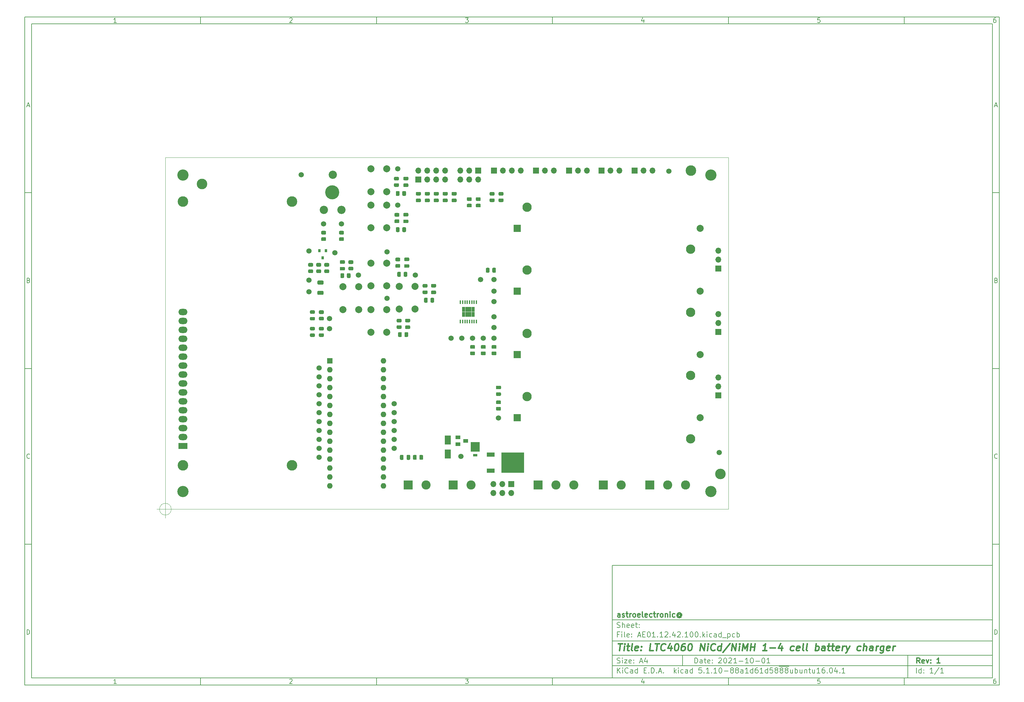
<source format=gbr>
%TF.GenerationSoftware,KiCad,Pcbnew,5.1.10-88a1d61d58~88~ubuntu16.04.1*%
%TF.CreationDate,2021-10-02T00:42:02+02:00*%
%TF.ProjectId,AE01.12.42.100,41453031-2e31-4322-9e34-322e3130302e,1*%
%TF.SameCoordinates,Original*%
%TF.FileFunction,Soldermask,Top*%
%TF.FilePolarity,Negative*%
%FSLAX46Y46*%
G04 Gerber Fmt 4.6, Leading zero omitted, Abs format (unit mm)*
G04 Created by KiCad (PCBNEW 5.1.10-88a1d61d58~88~ubuntu16.04.1) date 2021-10-02 00:42:02*
%MOMM*%
%LPD*%
G01*
G04 APERTURE LIST*
%ADD10C,0.100000*%
%ADD11C,0.150000*%
%ADD12C,0.300000*%
%ADD13C,0.400000*%
%TA.AperFunction,Profile*%
%ADD14C,0.050000*%
%TD*%
%ADD15R,1.400000X1.000000*%
%ADD16O,1.700000X1.700000*%
%ADD17R,1.700000X1.700000*%
%ADD18R,2.000000X2.000000*%
%ADD19C,2.000000*%
%ADD20C,2.640000*%
%ADD21C,3.000000*%
%ADD22C,1.500000*%
%ADD23R,0.800000X0.900000*%
%ADD24C,4.000000*%
%ADD25C,2.340000*%
%ADD26O,2.600000X1.800000*%
%ADD27R,2.600000X1.800000*%
%ADD28R,0.895000X1.470000*%
%ADD29R,0.450000X1.050000*%
%ADD30R,6.400000X5.800000*%
%ADD31R,2.200000X1.200000*%
%ADD32C,3.200000*%
%ADD33R,1.800000X2.500000*%
%ADD34R,2.540000X2.670000*%
%ADD35R,1.270000X0.762000*%
%ADD36C,2.600000*%
%ADD37R,2.600000X2.600000*%
%ADD38R,1.600000X1.600000*%
%ADD39O,1.600000X1.600000*%
G04 APERTURE END LIST*
D10*
D11*
X177002200Y-166007200D02*
X177002200Y-198007200D01*
X285002200Y-198007200D01*
X285002200Y-166007200D01*
X177002200Y-166007200D01*
D10*
D11*
X10000000Y-10000000D02*
X10000000Y-200007200D01*
X287002200Y-200007200D01*
X287002200Y-10000000D01*
X10000000Y-10000000D01*
D10*
D11*
X12000000Y-12000000D02*
X12000000Y-198007200D01*
X285002200Y-198007200D01*
X285002200Y-12000000D01*
X12000000Y-12000000D01*
D10*
D11*
X60000000Y-12000000D02*
X60000000Y-10000000D01*
D10*
D11*
X110000000Y-12000000D02*
X110000000Y-10000000D01*
D10*
D11*
X160000000Y-12000000D02*
X160000000Y-10000000D01*
D10*
D11*
X210000000Y-12000000D02*
X210000000Y-10000000D01*
D10*
D11*
X260000000Y-12000000D02*
X260000000Y-10000000D01*
D10*
D11*
X36065476Y-11588095D02*
X35322619Y-11588095D01*
X35694047Y-11588095D02*
X35694047Y-10288095D01*
X35570238Y-10473809D01*
X35446428Y-10597619D01*
X35322619Y-10659523D01*
D10*
D11*
X85322619Y-10411904D02*
X85384523Y-10350000D01*
X85508333Y-10288095D01*
X85817857Y-10288095D01*
X85941666Y-10350000D01*
X86003571Y-10411904D01*
X86065476Y-10535714D01*
X86065476Y-10659523D01*
X86003571Y-10845238D01*
X85260714Y-11588095D01*
X86065476Y-11588095D01*
D10*
D11*
X135260714Y-10288095D02*
X136065476Y-10288095D01*
X135632142Y-10783333D01*
X135817857Y-10783333D01*
X135941666Y-10845238D01*
X136003571Y-10907142D01*
X136065476Y-11030952D01*
X136065476Y-11340476D01*
X136003571Y-11464285D01*
X135941666Y-11526190D01*
X135817857Y-11588095D01*
X135446428Y-11588095D01*
X135322619Y-11526190D01*
X135260714Y-11464285D01*
D10*
D11*
X185941666Y-10721428D02*
X185941666Y-11588095D01*
X185632142Y-10226190D02*
X185322619Y-11154761D01*
X186127380Y-11154761D01*
D10*
D11*
X236003571Y-10288095D02*
X235384523Y-10288095D01*
X235322619Y-10907142D01*
X235384523Y-10845238D01*
X235508333Y-10783333D01*
X235817857Y-10783333D01*
X235941666Y-10845238D01*
X236003571Y-10907142D01*
X236065476Y-11030952D01*
X236065476Y-11340476D01*
X236003571Y-11464285D01*
X235941666Y-11526190D01*
X235817857Y-11588095D01*
X235508333Y-11588095D01*
X235384523Y-11526190D01*
X235322619Y-11464285D01*
D10*
D11*
X285941666Y-10288095D02*
X285694047Y-10288095D01*
X285570238Y-10350000D01*
X285508333Y-10411904D01*
X285384523Y-10597619D01*
X285322619Y-10845238D01*
X285322619Y-11340476D01*
X285384523Y-11464285D01*
X285446428Y-11526190D01*
X285570238Y-11588095D01*
X285817857Y-11588095D01*
X285941666Y-11526190D01*
X286003571Y-11464285D01*
X286065476Y-11340476D01*
X286065476Y-11030952D01*
X286003571Y-10907142D01*
X285941666Y-10845238D01*
X285817857Y-10783333D01*
X285570238Y-10783333D01*
X285446428Y-10845238D01*
X285384523Y-10907142D01*
X285322619Y-11030952D01*
D10*
D11*
X60000000Y-198007200D02*
X60000000Y-200007200D01*
D10*
D11*
X110000000Y-198007200D02*
X110000000Y-200007200D01*
D10*
D11*
X160000000Y-198007200D02*
X160000000Y-200007200D01*
D10*
D11*
X210000000Y-198007200D02*
X210000000Y-200007200D01*
D10*
D11*
X260000000Y-198007200D02*
X260000000Y-200007200D01*
D10*
D11*
X36065476Y-199595295D02*
X35322619Y-199595295D01*
X35694047Y-199595295D02*
X35694047Y-198295295D01*
X35570238Y-198481009D01*
X35446428Y-198604819D01*
X35322619Y-198666723D01*
D10*
D11*
X85322619Y-198419104D02*
X85384523Y-198357200D01*
X85508333Y-198295295D01*
X85817857Y-198295295D01*
X85941666Y-198357200D01*
X86003571Y-198419104D01*
X86065476Y-198542914D01*
X86065476Y-198666723D01*
X86003571Y-198852438D01*
X85260714Y-199595295D01*
X86065476Y-199595295D01*
D10*
D11*
X135260714Y-198295295D02*
X136065476Y-198295295D01*
X135632142Y-198790533D01*
X135817857Y-198790533D01*
X135941666Y-198852438D01*
X136003571Y-198914342D01*
X136065476Y-199038152D01*
X136065476Y-199347676D01*
X136003571Y-199471485D01*
X135941666Y-199533390D01*
X135817857Y-199595295D01*
X135446428Y-199595295D01*
X135322619Y-199533390D01*
X135260714Y-199471485D01*
D10*
D11*
X185941666Y-198728628D02*
X185941666Y-199595295D01*
X185632142Y-198233390D02*
X185322619Y-199161961D01*
X186127380Y-199161961D01*
D10*
D11*
X236003571Y-198295295D02*
X235384523Y-198295295D01*
X235322619Y-198914342D01*
X235384523Y-198852438D01*
X235508333Y-198790533D01*
X235817857Y-198790533D01*
X235941666Y-198852438D01*
X236003571Y-198914342D01*
X236065476Y-199038152D01*
X236065476Y-199347676D01*
X236003571Y-199471485D01*
X235941666Y-199533390D01*
X235817857Y-199595295D01*
X235508333Y-199595295D01*
X235384523Y-199533390D01*
X235322619Y-199471485D01*
D10*
D11*
X285941666Y-198295295D02*
X285694047Y-198295295D01*
X285570238Y-198357200D01*
X285508333Y-198419104D01*
X285384523Y-198604819D01*
X285322619Y-198852438D01*
X285322619Y-199347676D01*
X285384523Y-199471485D01*
X285446428Y-199533390D01*
X285570238Y-199595295D01*
X285817857Y-199595295D01*
X285941666Y-199533390D01*
X286003571Y-199471485D01*
X286065476Y-199347676D01*
X286065476Y-199038152D01*
X286003571Y-198914342D01*
X285941666Y-198852438D01*
X285817857Y-198790533D01*
X285570238Y-198790533D01*
X285446428Y-198852438D01*
X285384523Y-198914342D01*
X285322619Y-199038152D01*
D10*
D11*
X10000000Y-60000000D02*
X12000000Y-60000000D01*
D10*
D11*
X10000000Y-110000000D02*
X12000000Y-110000000D01*
D10*
D11*
X10000000Y-160000000D02*
X12000000Y-160000000D01*
D10*
D11*
X10690476Y-35216666D02*
X11309523Y-35216666D01*
X10566666Y-35588095D02*
X11000000Y-34288095D01*
X11433333Y-35588095D01*
D10*
D11*
X11092857Y-84907142D02*
X11278571Y-84969047D01*
X11340476Y-85030952D01*
X11402380Y-85154761D01*
X11402380Y-85340476D01*
X11340476Y-85464285D01*
X11278571Y-85526190D01*
X11154761Y-85588095D01*
X10659523Y-85588095D01*
X10659523Y-84288095D01*
X11092857Y-84288095D01*
X11216666Y-84350000D01*
X11278571Y-84411904D01*
X11340476Y-84535714D01*
X11340476Y-84659523D01*
X11278571Y-84783333D01*
X11216666Y-84845238D01*
X11092857Y-84907142D01*
X10659523Y-84907142D01*
D10*
D11*
X11402380Y-135464285D02*
X11340476Y-135526190D01*
X11154761Y-135588095D01*
X11030952Y-135588095D01*
X10845238Y-135526190D01*
X10721428Y-135402380D01*
X10659523Y-135278571D01*
X10597619Y-135030952D01*
X10597619Y-134845238D01*
X10659523Y-134597619D01*
X10721428Y-134473809D01*
X10845238Y-134350000D01*
X11030952Y-134288095D01*
X11154761Y-134288095D01*
X11340476Y-134350000D01*
X11402380Y-134411904D01*
D10*
D11*
X10659523Y-185588095D02*
X10659523Y-184288095D01*
X10969047Y-184288095D01*
X11154761Y-184350000D01*
X11278571Y-184473809D01*
X11340476Y-184597619D01*
X11402380Y-184845238D01*
X11402380Y-185030952D01*
X11340476Y-185278571D01*
X11278571Y-185402380D01*
X11154761Y-185526190D01*
X10969047Y-185588095D01*
X10659523Y-185588095D01*
D10*
D11*
X287002200Y-60000000D02*
X285002200Y-60000000D01*
D10*
D11*
X287002200Y-110000000D02*
X285002200Y-110000000D01*
D10*
D11*
X287002200Y-160000000D02*
X285002200Y-160000000D01*
D10*
D11*
X285692676Y-35216666D02*
X286311723Y-35216666D01*
X285568866Y-35588095D02*
X286002200Y-34288095D01*
X286435533Y-35588095D01*
D10*
D11*
X286095057Y-84907142D02*
X286280771Y-84969047D01*
X286342676Y-85030952D01*
X286404580Y-85154761D01*
X286404580Y-85340476D01*
X286342676Y-85464285D01*
X286280771Y-85526190D01*
X286156961Y-85588095D01*
X285661723Y-85588095D01*
X285661723Y-84288095D01*
X286095057Y-84288095D01*
X286218866Y-84350000D01*
X286280771Y-84411904D01*
X286342676Y-84535714D01*
X286342676Y-84659523D01*
X286280771Y-84783333D01*
X286218866Y-84845238D01*
X286095057Y-84907142D01*
X285661723Y-84907142D01*
D10*
D11*
X286404580Y-135464285D02*
X286342676Y-135526190D01*
X286156961Y-135588095D01*
X286033152Y-135588095D01*
X285847438Y-135526190D01*
X285723628Y-135402380D01*
X285661723Y-135278571D01*
X285599819Y-135030952D01*
X285599819Y-134845238D01*
X285661723Y-134597619D01*
X285723628Y-134473809D01*
X285847438Y-134350000D01*
X286033152Y-134288095D01*
X286156961Y-134288095D01*
X286342676Y-134350000D01*
X286404580Y-134411904D01*
D10*
D11*
X285661723Y-185588095D02*
X285661723Y-184288095D01*
X285971247Y-184288095D01*
X286156961Y-184350000D01*
X286280771Y-184473809D01*
X286342676Y-184597619D01*
X286404580Y-184845238D01*
X286404580Y-185030952D01*
X286342676Y-185278571D01*
X286280771Y-185402380D01*
X286156961Y-185526190D01*
X285971247Y-185588095D01*
X285661723Y-185588095D01*
D10*
D11*
X200434342Y-193785771D02*
X200434342Y-192285771D01*
X200791485Y-192285771D01*
X201005771Y-192357200D01*
X201148628Y-192500057D01*
X201220057Y-192642914D01*
X201291485Y-192928628D01*
X201291485Y-193142914D01*
X201220057Y-193428628D01*
X201148628Y-193571485D01*
X201005771Y-193714342D01*
X200791485Y-193785771D01*
X200434342Y-193785771D01*
X202577200Y-193785771D02*
X202577200Y-193000057D01*
X202505771Y-192857200D01*
X202362914Y-192785771D01*
X202077200Y-192785771D01*
X201934342Y-192857200D01*
X202577200Y-193714342D02*
X202434342Y-193785771D01*
X202077200Y-193785771D01*
X201934342Y-193714342D01*
X201862914Y-193571485D01*
X201862914Y-193428628D01*
X201934342Y-193285771D01*
X202077200Y-193214342D01*
X202434342Y-193214342D01*
X202577200Y-193142914D01*
X203077200Y-192785771D02*
X203648628Y-192785771D01*
X203291485Y-192285771D02*
X203291485Y-193571485D01*
X203362914Y-193714342D01*
X203505771Y-193785771D01*
X203648628Y-193785771D01*
X204720057Y-193714342D02*
X204577200Y-193785771D01*
X204291485Y-193785771D01*
X204148628Y-193714342D01*
X204077200Y-193571485D01*
X204077200Y-193000057D01*
X204148628Y-192857200D01*
X204291485Y-192785771D01*
X204577200Y-192785771D01*
X204720057Y-192857200D01*
X204791485Y-193000057D01*
X204791485Y-193142914D01*
X204077200Y-193285771D01*
X205434342Y-193642914D02*
X205505771Y-193714342D01*
X205434342Y-193785771D01*
X205362914Y-193714342D01*
X205434342Y-193642914D01*
X205434342Y-193785771D01*
X205434342Y-192857200D02*
X205505771Y-192928628D01*
X205434342Y-193000057D01*
X205362914Y-192928628D01*
X205434342Y-192857200D01*
X205434342Y-193000057D01*
X207220057Y-192428628D02*
X207291485Y-192357200D01*
X207434342Y-192285771D01*
X207791485Y-192285771D01*
X207934342Y-192357200D01*
X208005771Y-192428628D01*
X208077200Y-192571485D01*
X208077200Y-192714342D01*
X208005771Y-192928628D01*
X207148628Y-193785771D01*
X208077200Y-193785771D01*
X209005771Y-192285771D02*
X209148628Y-192285771D01*
X209291485Y-192357200D01*
X209362914Y-192428628D01*
X209434342Y-192571485D01*
X209505771Y-192857200D01*
X209505771Y-193214342D01*
X209434342Y-193500057D01*
X209362914Y-193642914D01*
X209291485Y-193714342D01*
X209148628Y-193785771D01*
X209005771Y-193785771D01*
X208862914Y-193714342D01*
X208791485Y-193642914D01*
X208720057Y-193500057D01*
X208648628Y-193214342D01*
X208648628Y-192857200D01*
X208720057Y-192571485D01*
X208791485Y-192428628D01*
X208862914Y-192357200D01*
X209005771Y-192285771D01*
X210077200Y-192428628D02*
X210148628Y-192357200D01*
X210291485Y-192285771D01*
X210648628Y-192285771D01*
X210791485Y-192357200D01*
X210862914Y-192428628D01*
X210934342Y-192571485D01*
X210934342Y-192714342D01*
X210862914Y-192928628D01*
X210005771Y-193785771D01*
X210934342Y-193785771D01*
X212362914Y-193785771D02*
X211505771Y-193785771D01*
X211934342Y-193785771D02*
X211934342Y-192285771D01*
X211791485Y-192500057D01*
X211648628Y-192642914D01*
X211505771Y-192714342D01*
X213005771Y-193214342D02*
X214148628Y-193214342D01*
X215648628Y-193785771D02*
X214791485Y-193785771D01*
X215220057Y-193785771D02*
X215220057Y-192285771D01*
X215077200Y-192500057D01*
X214934342Y-192642914D01*
X214791485Y-192714342D01*
X216577200Y-192285771D02*
X216720057Y-192285771D01*
X216862914Y-192357200D01*
X216934342Y-192428628D01*
X217005771Y-192571485D01*
X217077200Y-192857200D01*
X217077200Y-193214342D01*
X217005771Y-193500057D01*
X216934342Y-193642914D01*
X216862914Y-193714342D01*
X216720057Y-193785771D01*
X216577200Y-193785771D01*
X216434342Y-193714342D01*
X216362914Y-193642914D01*
X216291485Y-193500057D01*
X216220057Y-193214342D01*
X216220057Y-192857200D01*
X216291485Y-192571485D01*
X216362914Y-192428628D01*
X216434342Y-192357200D01*
X216577200Y-192285771D01*
X217720057Y-193214342D02*
X218862914Y-193214342D01*
X219862914Y-192285771D02*
X220005771Y-192285771D01*
X220148628Y-192357200D01*
X220220057Y-192428628D01*
X220291485Y-192571485D01*
X220362914Y-192857200D01*
X220362914Y-193214342D01*
X220291485Y-193500057D01*
X220220057Y-193642914D01*
X220148628Y-193714342D01*
X220005771Y-193785771D01*
X219862914Y-193785771D01*
X219720057Y-193714342D01*
X219648628Y-193642914D01*
X219577200Y-193500057D01*
X219505771Y-193214342D01*
X219505771Y-192857200D01*
X219577200Y-192571485D01*
X219648628Y-192428628D01*
X219720057Y-192357200D01*
X219862914Y-192285771D01*
X221791485Y-193785771D02*
X220934342Y-193785771D01*
X221362914Y-193785771D02*
X221362914Y-192285771D01*
X221220057Y-192500057D01*
X221077200Y-192642914D01*
X220934342Y-192714342D01*
D10*
D11*
X177002200Y-194507200D02*
X285002200Y-194507200D01*
D10*
D11*
X178434342Y-196585771D02*
X178434342Y-195085771D01*
X179291485Y-196585771D02*
X178648628Y-195728628D01*
X179291485Y-195085771D02*
X178434342Y-195942914D01*
X179934342Y-196585771D02*
X179934342Y-195585771D01*
X179934342Y-195085771D02*
X179862914Y-195157200D01*
X179934342Y-195228628D01*
X180005771Y-195157200D01*
X179934342Y-195085771D01*
X179934342Y-195228628D01*
X181505771Y-196442914D02*
X181434342Y-196514342D01*
X181220057Y-196585771D01*
X181077200Y-196585771D01*
X180862914Y-196514342D01*
X180720057Y-196371485D01*
X180648628Y-196228628D01*
X180577200Y-195942914D01*
X180577200Y-195728628D01*
X180648628Y-195442914D01*
X180720057Y-195300057D01*
X180862914Y-195157200D01*
X181077200Y-195085771D01*
X181220057Y-195085771D01*
X181434342Y-195157200D01*
X181505771Y-195228628D01*
X182791485Y-196585771D02*
X182791485Y-195800057D01*
X182720057Y-195657200D01*
X182577200Y-195585771D01*
X182291485Y-195585771D01*
X182148628Y-195657200D01*
X182791485Y-196514342D02*
X182648628Y-196585771D01*
X182291485Y-196585771D01*
X182148628Y-196514342D01*
X182077200Y-196371485D01*
X182077200Y-196228628D01*
X182148628Y-196085771D01*
X182291485Y-196014342D01*
X182648628Y-196014342D01*
X182791485Y-195942914D01*
X184148628Y-196585771D02*
X184148628Y-195085771D01*
X184148628Y-196514342D02*
X184005771Y-196585771D01*
X183720057Y-196585771D01*
X183577200Y-196514342D01*
X183505771Y-196442914D01*
X183434342Y-196300057D01*
X183434342Y-195871485D01*
X183505771Y-195728628D01*
X183577200Y-195657200D01*
X183720057Y-195585771D01*
X184005771Y-195585771D01*
X184148628Y-195657200D01*
X186005771Y-195800057D02*
X186505771Y-195800057D01*
X186720057Y-196585771D02*
X186005771Y-196585771D01*
X186005771Y-195085771D01*
X186720057Y-195085771D01*
X187362914Y-196442914D02*
X187434342Y-196514342D01*
X187362914Y-196585771D01*
X187291485Y-196514342D01*
X187362914Y-196442914D01*
X187362914Y-196585771D01*
X188077200Y-196585771D02*
X188077200Y-195085771D01*
X188434342Y-195085771D01*
X188648628Y-195157200D01*
X188791485Y-195300057D01*
X188862914Y-195442914D01*
X188934342Y-195728628D01*
X188934342Y-195942914D01*
X188862914Y-196228628D01*
X188791485Y-196371485D01*
X188648628Y-196514342D01*
X188434342Y-196585771D01*
X188077200Y-196585771D01*
X189577200Y-196442914D02*
X189648628Y-196514342D01*
X189577200Y-196585771D01*
X189505771Y-196514342D01*
X189577200Y-196442914D01*
X189577200Y-196585771D01*
X190220057Y-196157200D02*
X190934342Y-196157200D01*
X190077200Y-196585771D02*
X190577200Y-195085771D01*
X191077200Y-196585771D01*
X191577200Y-196442914D02*
X191648628Y-196514342D01*
X191577200Y-196585771D01*
X191505771Y-196514342D01*
X191577200Y-196442914D01*
X191577200Y-196585771D01*
X194577200Y-196585771D02*
X194577200Y-195085771D01*
X194720057Y-196014342D02*
X195148628Y-196585771D01*
X195148628Y-195585771D02*
X194577200Y-196157200D01*
X195791485Y-196585771D02*
X195791485Y-195585771D01*
X195791485Y-195085771D02*
X195720057Y-195157200D01*
X195791485Y-195228628D01*
X195862914Y-195157200D01*
X195791485Y-195085771D01*
X195791485Y-195228628D01*
X197148628Y-196514342D02*
X197005771Y-196585771D01*
X196720057Y-196585771D01*
X196577200Y-196514342D01*
X196505771Y-196442914D01*
X196434342Y-196300057D01*
X196434342Y-195871485D01*
X196505771Y-195728628D01*
X196577200Y-195657200D01*
X196720057Y-195585771D01*
X197005771Y-195585771D01*
X197148628Y-195657200D01*
X198434342Y-196585771D02*
X198434342Y-195800057D01*
X198362914Y-195657200D01*
X198220057Y-195585771D01*
X197934342Y-195585771D01*
X197791485Y-195657200D01*
X198434342Y-196514342D02*
X198291485Y-196585771D01*
X197934342Y-196585771D01*
X197791485Y-196514342D01*
X197720057Y-196371485D01*
X197720057Y-196228628D01*
X197791485Y-196085771D01*
X197934342Y-196014342D01*
X198291485Y-196014342D01*
X198434342Y-195942914D01*
X199791485Y-196585771D02*
X199791485Y-195085771D01*
X199791485Y-196514342D02*
X199648628Y-196585771D01*
X199362914Y-196585771D01*
X199220057Y-196514342D01*
X199148628Y-196442914D01*
X199077200Y-196300057D01*
X199077200Y-195871485D01*
X199148628Y-195728628D01*
X199220057Y-195657200D01*
X199362914Y-195585771D01*
X199648628Y-195585771D01*
X199791485Y-195657200D01*
X202362914Y-195085771D02*
X201648628Y-195085771D01*
X201577200Y-195800057D01*
X201648628Y-195728628D01*
X201791485Y-195657200D01*
X202148628Y-195657200D01*
X202291485Y-195728628D01*
X202362914Y-195800057D01*
X202434342Y-195942914D01*
X202434342Y-196300057D01*
X202362914Y-196442914D01*
X202291485Y-196514342D01*
X202148628Y-196585771D01*
X201791485Y-196585771D01*
X201648628Y-196514342D01*
X201577200Y-196442914D01*
X203077200Y-196442914D02*
X203148628Y-196514342D01*
X203077200Y-196585771D01*
X203005771Y-196514342D01*
X203077200Y-196442914D01*
X203077200Y-196585771D01*
X204577200Y-196585771D02*
X203720057Y-196585771D01*
X204148628Y-196585771D02*
X204148628Y-195085771D01*
X204005771Y-195300057D01*
X203862914Y-195442914D01*
X203720057Y-195514342D01*
X205220057Y-196442914D02*
X205291485Y-196514342D01*
X205220057Y-196585771D01*
X205148628Y-196514342D01*
X205220057Y-196442914D01*
X205220057Y-196585771D01*
X206720057Y-196585771D02*
X205862914Y-196585771D01*
X206291485Y-196585771D02*
X206291485Y-195085771D01*
X206148628Y-195300057D01*
X206005771Y-195442914D01*
X205862914Y-195514342D01*
X207648628Y-195085771D02*
X207791485Y-195085771D01*
X207934342Y-195157200D01*
X208005771Y-195228628D01*
X208077200Y-195371485D01*
X208148628Y-195657200D01*
X208148628Y-196014342D01*
X208077200Y-196300057D01*
X208005771Y-196442914D01*
X207934342Y-196514342D01*
X207791485Y-196585771D01*
X207648628Y-196585771D01*
X207505771Y-196514342D01*
X207434342Y-196442914D01*
X207362914Y-196300057D01*
X207291485Y-196014342D01*
X207291485Y-195657200D01*
X207362914Y-195371485D01*
X207434342Y-195228628D01*
X207505771Y-195157200D01*
X207648628Y-195085771D01*
X208791485Y-196014342D02*
X209934342Y-196014342D01*
X210862914Y-195728628D02*
X210720057Y-195657200D01*
X210648628Y-195585771D01*
X210577200Y-195442914D01*
X210577200Y-195371485D01*
X210648628Y-195228628D01*
X210720057Y-195157200D01*
X210862914Y-195085771D01*
X211148628Y-195085771D01*
X211291485Y-195157200D01*
X211362914Y-195228628D01*
X211434342Y-195371485D01*
X211434342Y-195442914D01*
X211362914Y-195585771D01*
X211291485Y-195657200D01*
X211148628Y-195728628D01*
X210862914Y-195728628D01*
X210720057Y-195800057D01*
X210648628Y-195871485D01*
X210577200Y-196014342D01*
X210577200Y-196300057D01*
X210648628Y-196442914D01*
X210720057Y-196514342D01*
X210862914Y-196585771D01*
X211148628Y-196585771D01*
X211291485Y-196514342D01*
X211362914Y-196442914D01*
X211434342Y-196300057D01*
X211434342Y-196014342D01*
X211362914Y-195871485D01*
X211291485Y-195800057D01*
X211148628Y-195728628D01*
X212291485Y-195728628D02*
X212148628Y-195657200D01*
X212077200Y-195585771D01*
X212005771Y-195442914D01*
X212005771Y-195371485D01*
X212077200Y-195228628D01*
X212148628Y-195157200D01*
X212291485Y-195085771D01*
X212577200Y-195085771D01*
X212720057Y-195157200D01*
X212791485Y-195228628D01*
X212862914Y-195371485D01*
X212862914Y-195442914D01*
X212791485Y-195585771D01*
X212720057Y-195657200D01*
X212577200Y-195728628D01*
X212291485Y-195728628D01*
X212148628Y-195800057D01*
X212077200Y-195871485D01*
X212005771Y-196014342D01*
X212005771Y-196300057D01*
X212077200Y-196442914D01*
X212148628Y-196514342D01*
X212291485Y-196585771D01*
X212577200Y-196585771D01*
X212720057Y-196514342D01*
X212791485Y-196442914D01*
X212862914Y-196300057D01*
X212862914Y-196014342D01*
X212791485Y-195871485D01*
X212720057Y-195800057D01*
X212577200Y-195728628D01*
X214148628Y-196585771D02*
X214148628Y-195800057D01*
X214077200Y-195657200D01*
X213934342Y-195585771D01*
X213648628Y-195585771D01*
X213505771Y-195657200D01*
X214148628Y-196514342D02*
X214005771Y-196585771D01*
X213648628Y-196585771D01*
X213505771Y-196514342D01*
X213434342Y-196371485D01*
X213434342Y-196228628D01*
X213505771Y-196085771D01*
X213648628Y-196014342D01*
X214005771Y-196014342D01*
X214148628Y-195942914D01*
X215648628Y-196585771D02*
X214791485Y-196585771D01*
X215220057Y-196585771D02*
X215220057Y-195085771D01*
X215077200Y-195300057D01*
X214934342Y-195442914D01*
X214791485Y-195514342D01*
X216934342Y-196585771D02*
X216934342Y-195085771D01*
X216934342Y-196514342D02*
X216791485Y-196585771D01*
X216505771Y-196585771D01*
X216362914Y-196514342D01*
X216291485Y-196442914D01*
X216220057Y-196300057D01*
X216220057Y-195871485D01*
X216291485Y-195728628D01*
X216362914Y-195657200D01*
X216505771Y-195585771D01*
X216791485Y-195585771D01*
X216934342Y-195657200D01*
X218291485Y-195085771D02*
X218005771Y-195085771D01*
X217862914Y-195157200D01*
X217791485Y-195228628D01*
X217648628Y-195442914D01*
X217577200Y-195728628D01*
X217577200Y-196300057D01*
X217648628Y-196442914D01*
X217720057Y-196514342D01*
X217862914Y-196585771D01*
X218148628Y-196585771D01*
X218291485Y-196514342D01*
X218362914Y-196442914D01*
X218434342Y-196300057D01*
X218434342Y-195942914D01*
X218362914Y-195800057D01*
X218291485Y-195728628D01*
X218148628Y-195657200D01*
X217862914Y-195657200D01*
X217720057Y-195728628D01*
X217648628Y-195800057D01*
X217577200Y-195942914D01*
X219862914Y-196585771D02*
X219005771Y-196585771D01*
X219434342Y-196585771D02*
X219434342Y-195085771D01*
X219291485Y-195300057D01*
X219148628Y-195442914D01*
X219005771Y-195514342D01*
X221148628Y-196585771D02*
X221148628Y-195085771D01*
X221148628Y-196514342D02*
X221005771Y-196585771D01*
X220720057Y-196585771D01*
X220577200Y-196514342D01*
X220505771Y-196442914D01*
X220434342Y-196300057D01*
X220434342Y-195871485D01*
X220505771Y-195728628D01*
X220577200Y-195657200D01*
X220720057Y-195585771D01*
X221005771Y-195585771D01*
X221148628Y-195657200D01*
X222577200Y-195085771D02*
X221862914Y-195085771D01*
X221791485Y-195800057D01*
X221862914Y-195728628D01*
X222005771Y-195657200D01*
X222362914Y-195657200D01*
X222505771Y-195728628D01*
X222577200Y-195800057D01*
X222648628Y-195942914D01*
X222648628Y-196300057D01*
X222577200Y-196442914D01*
X222505771Y-196514342D01*
X222362914Y-196585771D01*
X222005771Y-196585771D01*
X221862914Y-196514342D01*
X221791485Y-196442914D01*
X223505771Y-195728628D02*
X223362914Y-195657200D01*
X223291485Y-195585771D01*
X223220057Y-195442914D01*
X223220057Y-195371485D01*
X223291485Y-195228628D01*
X223362914Y-195157200D01*
X223505771Y-195085771D01*
X223791485Y-195085771D01*
X223934342Y-195157200D01*
X224005771Y-195228628D01*
X224077200Y-195371485D01*
X224077200Y-195442914D01*
X224005771Y-195585771D01*
X223934342Y-195657200D01*
X223791485Y-195728628D01*
X223505771Y-195728628D01*
X223362914Y-195800057D01*
X223291485Y-195871485D01*
X223220057Y-196014342D01*
X223220057Y-196300057D01*
X223291485Y-196442914D01*
X223362914Y-196514342D01*
X223505771Y-196585771D01*
X223791485Y-196585771D01*
X223934342Y-196514342D01*
X224005771Y-196442914D01*
X224077200Y-196300057D01*
X224077200Y-196014342D01*
X224005771Y-195871485D01*
X223934342Y-195800057D01*
X223791485Y-195728628D01*
X224362914Y-194677200D02*
X225791485Y-194677200D01*
X224934342Y-195728628D02*
X224791485Y-195657200D01*
X224720057Y-195585771D01*
X224648628Y-195442914D01*
X224648628Y-195371485D01*
X224720057Y-195228628D01*
X224791485Y-195157200D01*
X224934342Y-195085771D01*
X225220057Y-195085771D01*
X225362914Y-195157200D01*
X225434342Y-195228628D01*
X225505771Y-195371485D01*
X225505771Y-195442914D01*
X225434342Y-195585771D01*
X225362914Y-195657200D01*
X225220057Y-195728628D01*
X224934342Y-195728628D01*
X224791485Y-195800057D01*
X224720057Y-195871485D01*
X224648628Y-196014342D01*
X224648628Y-196300057D01*
X224720057Y-196442914D01*
X224791485Y-196514342D01*
X224934342Y-196585771D01*
X225220057Y-196585771D01*
X225362914Y-196514342D01*
X225434342Y-196442914D01*
X225505771Y-196300057D01*
X225505771Y-196014342D01*
X225434342Y-195871485D01*
X225362914Y-195800057D01*
X225220057Y-195728628D01*
X225791485Y-194677200D02*
X227220057Y-194677200D01*
X226362914Y-195728628D02*
X226220057Y-195657200D01*
X226148628Y-195585771D01*
X226077199Y-195442914D01*
X226077199Y-195371485D01*
X226148628Y-195228628D01*
X226220057Y-195157200D01*
X226362914Y-195085771D01*
X226648628Y-195085771D01*
X226791485Y-195157200D01*
X226862914Y-195228628D01*
X226934342Y-195371485D01*
X226934342Y-195442914D01*
X226862914Y-195585771D01*
X226791485Y-195657200D01*
X226648628Y-195728628D01*
X226362914Y-195728628D01*
X226220057Y-195800057D01*
X226148628Y-195871485D01*
X226077199Y-196014342D01*
X226077199Y-196300057D01*
X226148628Y-196442914D01*
X226220057Y-196514342D01*
X226362914Y-196585771D01*
X226648628Y-196585771D01*
X226791485Y-196514342D01*
X226862914Y-196442914D01*
X226934342Y-196300057D01*
X226934342Y-196014342D01*
X226862914Y-195871485D01*
X226791485Y-195800057D01*
X226648628Y-195728628D01*
X228220057Y-195585771D02*
X228220057Y-196585771D01*
X227577199Y-195585771D02*
X227577199Y-196371485D01*
X227648628Y-196514342D01*
X227791485Y-196585771D01*
X228005771Y-196585771D01*
X228148628Y-196514342D01*
X228220057Y-196442914D01*
X228934342Y-196585771D02*
X228934342Y-195085771D01*
X228934342Y-195657200D02*
X229077199Y-195585771D01*
X229362914Y-195585771D01*
X229505771Y-195657200D01*
X229577199Y-195728628D01*
X229648628Y-195871485D01*
X229648628Y-196300057D01*
X229577199Y-196442914D01*
X229505771Y-196514342D01*
X229362914Y-196585771D01*
X229077199Y-196585771D01*
X228934342Y-196514342D01*
X230934342Y-195585771D02*
X230934342Y-196585771D01*
X230291485Y-195585771D02*
X230291485Y-196371485D01*
X230362914Y-196514342D01*
X230505771Y-196585771D01*
X230720057Y-196585771D01*
X230862914Y-196514342D01*
X230934342Y-196442914D01*
X231648628Y-195585771D02*
X231648628Y-196585771D01*
X231648628Y-195728628D02*
X231720057Y-195657200D01*
X231862914Y-195585771D01*
X232077199Y-195585771D01*
X232220057Y-195657200D01*
X232291485Y-195800057D01*
X232291485Y-196585771D01*
X232791485Y-195585771D02*
X233362914Y-195585771D01*
X233005771Y-195085771D02*
X233005771Y-196371485D01*
X233077199Y-196514342D01*
X233220057Y-196585771D01*
X233362914Y-196585771D01*
X234505771Y-195585771D02*
X234505771Y-196585771D01*
X233862914Y-195585771D02*
X233862914Y-196371485D01*
X233934342Y-196514342D01*
X234077200Y-196585771D01*
X234291485Y-196585771D01*
X234434342Y-196514342D01*
X234505771Y-196442914D01*
X236005771Y-196585771D02*
X235148628Y-196585771D01*
X235577200Y-196585771D02*
X235577200Y-195085771D01*
X235434342Y-195300057D01*
X235291485Y-195442914D01*
X235148628Y-195514342D01*
X237291485Y-195085771D02*
X237005771Y-195085771D01*
X236862914Y-195157200D01*
X236791485Y-195228628D01*
X236648628Y-195442914D01*
X236577199Y-195728628D01*
X236577199Y-196300057D01*
X236648628Y-196442914D01*
X236720057Y-196514342D01*
X236862914Y-196585771D01*
X237148628Y-196585771D01*
X237291485Y-196514342D01*
X237362914Y-196442914D01*
X237434342Y-196300057D01*
X237434342Y-195942914D01*
X237362914Y-195800057D01*
X237291485Y-195728628D01*
X237148628Y-195657200D01*
X236862914Y-195657200D01*
X236720057Y-195728628D01*
X236648628Y-195800057D01*
X236577199Y-195942914D01*
X238077199Y-196442914D02*
X238148628Y-196514342D01*
X238077199Y-196585771D01*
X238005771Y-196514342D01*
X238077199Y-196442914D01*
X238077199Y-196585771D01*
X239077199Y-195085771D02*
X239220057Y-195085771D01*
X239362914Y-195157200D01*
X239434342Y-195228628D01*
X239505771Y-195371485D01*
X239577199Y-195657200D01*
X239577199Y-196014342D01*
X239505771Y-196300057D01*
X239434342Y-196442914D01*
X239362914Y-196514342D01*
X239220057Y-196585771D01*
X239077199Y-196585771D01*
X238934342Y-196514342D01*
X238862914Y-196442914D01*
X238791485Y-196300057D01*
X238720057Y-196014342D01*
X238720057Y-195657200D01*
X238791485Y-195371485D01*
X238862914Y-195228628D01*
X238934342Y-195157200D01*
X239077199Y-195085771D01*
X240862914Y-195585771D02*
X240862914Y-196585771D01*
X240505771Y-195014342D02*
X240148628Y-196085771D01*
X241077199Y-196085771D01*
X241648628Y-196442914D02*
X241720057Y-196514342D01*
X241648628Y-196585771D01*
X241577199Y-196514342D01*
X241648628Y-196442914D01*
X241648628Y-196585771D01*
X243148628Y-196585771D02*
X242291485Y-196585771D01*
X242720057Y-196585771D02*
X242720057Y-195085771D01*
X242577199Y-195300057D01*
X242434342Y-195442914D01*
X242291485Y-195514342D01*
D10*
D11*
X177002200Y-191507200D02*
X285002200Y-191507200D01*
D10*
D12*
X264411485Y-193785771D02*
X263911485Y-193071485D01*
X263554342Y-193785771D02*
X263554342Y-192285771D01*
X264125771Y-192285771D01*
X264268628Y-192357200D01*
X264340057Y-192428628D01*
X264411485Y-192571485D01*
X264411485Y-192785771D01*
X264340057Y-192928628D01*
X264268628Y-193000057D01*
X264125771Y-193071485D01*
X263554342Y-193071485D01*
X265625771Y-193714342D02*
X265482914Y-193785771D01*
X265197200Y-193785771D01*
X265054342Y-193714342D01*
X264982914Y-193571485D01*
X264982914Y-193000057D01*
X265054342Y-192857200D01*
X265197200Y-192785771D01*
X265482914Y-192785771D01*
X265625771Y-192857200D01*
X265697200Y-193000057D01*
X265697200Y-193142914D01*
X264982914Y-193285771D01*
X266197200Y-192785771D02*
X266554342Y-193785771D01*
X266911485Y-192785771D01*
X267482914Y-193642914D02*
X267554342Y-193714342D01*
X267482914Y-193785771D01*
X267411485Y-193714342D01*
X267482914Y-193642914D01*
X267482914Y-193785771D01*
X267482914Y-192857200D02*
X267554342Y-192928628D01*
X267482914Y-193000057D01*
X267411485Y-192928628D01*
X267482914Y-192857200D01*
X267482914Y-193000057D01*
X270125771Y-193785771D02*
X269268628Y-193785771D01*
X269697200Y-193785771D02*
X269697200Y-192285771D01*
X269554342Y-192500057D01*
X269411485Y-192642914D01*
X269268628Y-192714342D01*
D10*
D11*
X178362914Y-193714342D02*
X178577200Y-193785771D01*
X178934342Y-193785771D01*
X179077200Y-193714342D01*
X179148628Y-193642914D01*
X179220057Y-193500057D01*
X179220057Y-193357200D01*
X179148628Y-193214342D01*
X179077200Y-193142914D01*
X178934342Y-193071485D01*
X178648628Y-193000057D01*
X178505771Y-192928628D01*
X178434342Y-192857200D01*
X178362914Y-192714342D01*
X178362914Y-192571485D01*
X178434342Y-192428628D01*
X178505771Y-192357200D01*
X178648628Y-192285771D01*
X179005771Y-192285771D01*
X179220057Y-192357200D01*
X179862914Y-193785771D02*
X179862914Y-192785771D01*
X179862914Y-192285771D02*
X179791485Y-192357200D01*
X179862914Y-192428628D01*
X179934342Y-192357200D01*
X179862914Y-192285771D01*
X179862914Y-192428628D01*
X180434342Y-192785771D02*
X181220057Y-192785771D01*
X180434342Y-193785771D01*
X181220057Y-193785771D01*
X182362914Y-193714342D02*
X182220057Y-193785771D01*
X181934342Y-193785771D01*
X181791485Y-193714342D01*
X181720057Y-193571485D01*
X181720057Y-193000057D01*
X181791485Y-192857200D01*
X181934342Y-192785771D01*
X182220057Y-192785771D01*
X182362914Y-192857200D01*
X182434342Y-193000057D01*
X182434342Y-193142914D01*
X181720057Y-193285771D01*
X183077200Y-193642914D02*
X183148628Y-193714342D01*
X183077200Y-193785771D01*
X183005771Y-193714342D01*
X183077200Y-193642914D01*
X183077200Y-193785771D01*
X183077200Y-192857200D02*
X183148628Y-192928628D01*
X183077200Y-193000057D01*
X183005771Y-192928628D01*
X183077200Y-192857200D01*
X183077200Y-193000057D01*
X184862914Y-193357200D02*
X185577200Y-193357200D01*
X184720057Y-193785771D02*
X185220057Y-192285771D01*
X185720057Y-193785771D01*
X186862914Y-192785771D02*
X186862914Y-193785771D01*
X186505771Y-192214342D02*
X186148628Y-193285771D01*
X187077200Y-193285771D01*
D10*
D11*
X263434342Y-196585771D02*
X263434342Y-195085771D01*
X264791485Y-196585771D02*
X264791485Y-195085771D01*
X264791485Y-196514342D02*
X264648628Y-196585771D01*
X264362914Y-196585771D01*
X264220057Y-196514342D01*
X264148628Y-196442914D01*
X264077200Y-196300057D01*
X264077200Y-195871485D01*
X264148628Y-195728628D01*
X264220057Y-195657200D01*
X264362914Y-195585771D01*
X264648628Y-195585771D01*
X264791485Y-195657200D01*
X265505771Y-196442914D02*
X265577200Y-196514342D01*
X265505771Y-196585771D01*
X265434342Y-196514342D01*
X265505771Y-196442914D01*
X265505771Y-196585771D01*
X265505771Y-195657200D02*
X265577200Y-195728628D01*
X265505771Y-195800057D01*
X265434342Y-195728628D01*
X265505771Y-195657200D01*
X265505771Y-195800057D01*
X268148628Y-196585771D02*
X267291485Y-196585771D01*
X267720057Y-196585771D02*
X267720057Y-195085771D01*
X267577200Y-195300057D01*
X267434342Y-195442914D01*
X267291485Y-195514342D01*
X269862914Y-195014342D02*
X268577200Y-196942914D01*
X271148628Y-196585771D02*
X270291485Y-196585771D01*
X270720057Y-196585771D02*
X270720057Y-195085771D01*
X270577200Y-195300057D01*
X270434342Y-195442914D01*
X270291485Y-195514342D01*
D10*
D11*
X177002200Y-187507200D02*
X285002200Y-187507200D01*
D10*
D13*
X178714580Y-188211961D02*
X179857438Y-188211961D01*
X179036009Y-190211961D02*
X179286009Y-188211961D01*
X180274104Y-190211961D02*
X180440771Y-188878628D01*
X180524104Y-188211961D02*
X180416961Y-188307200D01*
X180500295Y-188402438D01*
X180607438Y-188307200D01*
X180524104Y-188211961D01*
X180500295Y-188402438D01*
X181107438Y-188878628D02*
X181869342Y-188878628D01*
X181476485Y-188211961D02*
X181262200Y-189926247D01*
X181333628Y-190116723D01*
X181512200Y-190211961D01*
X181702676Y-190211961D01*
X182655057Y-190211961D02*
X182476485Y-190116723D01*
X182405057Y-189926247D01*
X182619342Y-188211961D01*
X184190771Y-190116723D02*
X183988390Y-190211961D01*
X183607438Y-190211961D01*
X183428866Y-190116723D01*
X183357438Y-189926247D01*
X183452676Y-189164342D01*
X183571723Y-188973866D01*
X183774104Y-188878628D01*
X184155057Y-188878628D01*
X184333628Y-188973866D01*
X184405057Y-189164342D01*
X184381247Y-189354819D01*
X183405057Y-189545295D01*
X185155057Y-190021485D02*
X185238390Y-190116723D01*
X185131247Y-190211961D01*
X185047914Y-190116723D01*
X185155057Y-190021485D01*
X185131247Y-190211961D01*
X185286009Y-188973866D02*
X185369342Y-189069104D01*
X185262200Y-189164342D01*
X185178866Y-189069104D01*
X185286009Y-188973866D01*
X185262200Y-189164342D01*
X188559819Y-190211961D02*
X187607438Y-190211961D01*
X187857438Y-188211961D01*
X189190771Y-188211961D02*
X190333628Y-188211961D01*
X189512200Y-190211961D02*
X189762200Y-188211961D01*
X191916961Y-190021485D02*
X191809819Y-190116723D01*
X191512200Y-190211961D01*
X191321723Y-190211961D01*
X191047914Y-190116723D01*
X190881247Y-189926247D01*
X190809819Y-189735771D01*
X190762200Y-189354819D01*
X190797914Y-189069104D01*
X190940771Y-188688152D01*
X191059819Y-188497676D01*
X191274104Y-188307200D01*
X191571723Y-188211961D01*
X191762200Y-188211961D01*
X192036009Y-188307200D01*
X192119342Y-188402438D01*
X193774104Y-188878628D02*
X193607438Y-190211961D01*
X193393152Y-188116723D02*
X192738390Y-189545295D01*
X193976485Y-189545295D01*
X195286009Y-188211961D02*
X195476485Y-188211961D01*
X195655057Y-188307200D01*
X195738390Y-188402438D01*
X195809819Y-188592914D01*
X195857438Y-188973866D01*
X195797914Y-189450057D01*
X195655057Y-189831009D01*
X195536009Y-190021485D01*
X195428866Y-190116723D01*
X195226485Y-190211961D01*
X195036009Y-190211961D01*
X194857438Y-190116723D01*
X194774104Y-190021485D01*
X194702676Y-189831009D01*
X194655057Y-189450057D01*
X194714580Y-188973866D01*
X194857438Y-188592914D01*
X194976485Y-188402438D01*
X195083628Y-188307200D01*
X195286009Y-188211961D01*
X197666961Y-188211961D02*
X197286009Y-188211961D01*
X197083628Y-188307200D01*
X196976485Y-188402438D01*
X196750295Y-188688152D01*
X196607438Y-189069104D01*
X196512200Y-189831009D01*
X196583628Y-190021485D01*
X196666961Y-190116723D01*
X196845533Y-190211961D01*
X197226485Y-190211961D01*
X197428866Y-190116723D01*
X197536009Y-190021485D01*
X197655057Y-189831009D01*
X197714580Y-189354819D01*
X197643152Y-189164342D01*
X197559819Y-189069104D01*
X197381247Y-188973866D01*
X197000295Y-188973866D01*
X196797914Y-189069104D01*
X196690771Y-189164342D01*
X196571723Y-189354819D01*
X199095533Y-188211961D02*
X199286009Y-188211961D01*
X199464580Y-188307200D01*
X199547914Y-188402438D01*
X199619342Y-188592914D01*
X199666961Y-188973866D01*
X199607438Y-189450057D01*
X199464580Y-189831009D01*
X199345533Y-190021485D01*
X199238390Y-190116723D01*
X199036009Y-190211961D01*
X198845533Y-190211961D01*
X198666961Y-190116723D01*
X198583628Y-190021485D01*
X198512200Y-189831009D01*
X198464580Y-189450057D01*
X198524104Y-188973866D01*
X198666961Y-188592914D01*
X198786009Y-188402438D01*
X198893152Y-188307200D01*
X199095533Y-188211961D01*
X201893152Y-190211961D02*
X202143152Y-188211961D01*
X203036009Y-190211961D01*
X203286009Y-188211961D01*
X203988390Y-190211961D02*
X204155057Y-188878628D01*
X204238390Y-188211961D02*
X204131247Y-188307200D01*
X204214580Y-188402438D01*
X204321723Y-188307200D01*
X204238390Y-188211961D01*
X204214580Y-188402438D01*
X206107438Y-190021485D02*
X206000295Y-190116723D01*
X205702676Y-190211961D01*
X205512200Y-190211961D01*
X205238390Y-190116723D01*
X205071723Y-189926247D01*
X205000295Y-189735771D01*
X204952676Y-189354819D01*
X204988390Y-189069104D01*
X205131247Y-188688152D01*
X205250295Y-188497676D01*
X205464580Y-188307200D01*
X205762200Y-188211961D01*
X205952676Y-188211961D01*
X206226485Y-188307200D01*
X206309819Y-188402438D01*
X207797914Y-190211961D02*
X208047914Y-188211961D01*
X207809819Y-190116723D02*
X207607438Y-190211961D01*
X207226485Y-190211961D01*
X207047914Y-190116723D01*
X206964580Y-190021485D01*
X206893152Y-189831009D01*
X206964580Y-189259580D01*
X207083628Y-189069104D01*
X207190771Y-188973866D01*
X207393152Y-188878628D01*
X207774104Y-188878628D01*
X207952676Y-188973866D01*
X210440771Y-188116723D02*
X208405057Y-190688152D01*
X210845533Y-190211961D02*
X211095533Y-188211961D01*
X211988390Y-190211961D01*
X212238390Y-188211961D01*
X212940771Y-190211961D02*
X213107438Y-188878628D01*
X213190771Y-188211961D02*
X213083628Y-188307200D01*
X213166961Y-188402438D01*
X213274104Y-188307200D01*
X213190771Y-188211961D01*
X213166961Y-188402438D01*
X213893152Y-190211961D02*
X214143152Y-188211961D01*
X214631247Y-189640533D01*
X215476485Y-188211961D01*
X215226485Y-190211961D01*
X216178866Y-190211961D02*
X216428866Y-188211961D01*
X216309819Y-189164342D02*
X217452676Y-189164342D01*
X217321723Y-190211961D02*
X217571723Y-188211961D01*
X220845533Y-190211961D02*
X219702676Y-190211961D01*
X220274104Y-190211961D02*
X220524104Y-188211961D01*
X220297914Y-188497676D01*
X220083628Y-188688152D01*
X219881247Y-188783390D01*
X221797914Y-189450057D02*
X223321723Y-189450057D01*
X225202676Y-188878628D02*
X225036009Y-190211961D01*
X224821723Y-188116723D02*
X224166961Y-189545295D01*
X225405057Y-189545295D01*
X228476485Y-190116723D02*
X228274104Y-190211961D01*
X227893152Y-190211961D01*
X227714580Y-190116723D01*
X227631247Y-190021485D01*
X227559819Y-189831009D01*
X227631247Y-189259580D01*
X227750295Y-189069104D01*
X227857438Y-188973866D01*
X228059819Y-188878628D01*
X228440771Y-188878628D01*
X228619342Y-188973866D01*
X230095533Y-190116723D02*
X229893152Y-190211961D01*
X229512200Y-190211961D01*
X229333628Y-190116723D01*
X229262200Y-189926247D01*
X229357438Y-189164342D01*
X229476485Y-188973866D01*
X229678866Y-188878628D01*
X230059819Y-188878628D01*
X230238390Y-188973866D01*
X230309819Y-189164342D01*
X230286009Y-189354819D01*
X229309819Y-189545295D01*
X231321723Y-190211961D02*
X231143152Y-190116723D01*
X231071723Y-189926247D01*
X231286009Y-188211961D01*
X232369342Y-190211961D02*
X232190771Y-190116723D01*
X232119342Y-189926247D01*
X232333628Y-188211961D01*
X234655057Y-190211961D02*
X234905057Y-188211961D01*
X234809819Y-188973866D02*
X235012199Y-188878628D01*
X235393152Y-188878628D01*
X235571723Y-188973866D01*
X235655057Y-189069104D01*
X235726485Y-189259580D01*
X235655057Y-189831009D01*
X235536009Y-190021485D01*
X235428866Y-190116723D01*
X235226485Y-190211961D01*
X234845533Y-190211961D01*
X234666961Y-190116723D01*
X237321723Y-190211961D02*
X237452676Y-189164342D01*
X237381247Y-188973866D01*
X237202676Y-188878628D01*
X236821723Y-188878628D01*
X236619342Y-188973866D01*
X237333628Y-190116723D02*
X237131247Y-190211961D01*
X236655057Y-190211961D01*
X236476485Y-190116723D01*
X236405057Y-189926247D01*
X236428866Y-189735771D01*
X236547914Y-189545295D01*
X236750295Y-189450057D01*
X237226485Y-189450057D01*
X237428866Y-189354819D01*
X238155057Y-188878628D02*
X238916961Y-188878628D01*
X238524104Y-188211961D02*
X238309819Y-189926247D01*
X238381247Y-190116723D01*
X238559819Y-190211961D01*
X238750295Y-190211961D01*
X239297914Y-188878628D02*
X240059819Y-188878628D01*
X239666961Y-188211961D02*
X239452676Y-189926247D01*
X239524104Y-190116723D01*
X239702676Y-190211961D01*
X239893152Y-190211961D01*
X241333628Y-190116723D02*
X241131247Y-190211961D01*
X240750295Y-190211961D01*
X240571723Y-190116723D01*
X240500295Y-189926247D01*
X240595533Y-189164342D01*
X240714580Y-188973866D01*
X240916961Y-188878628D01*
X241297914Y-188878628D01*
X241476485Y-188973866D01*
X241547914Y-189164342D01*
X241524104Y-189354819D01*
X240547914Y-189545295D01*
X242274104Y-190211961D02*
X242440771Y-188878628D01*
X242393152Y-189259580D02*
X242512199Y-189069104D01*
X242619342Y-188973866D01*
X242821723Y-188878628D01*
X243012199Y-188878628D01*
X243488390Y-188878628D02*
X243797914Y-190211961D01*
X244440771Y-188878628D02*
X243797914Y-190211961D01*
X243547914Y-190688152D01*
X243440771Y-190783390D01*
X243238390Y-190878628D01*
X247428866Y-190116723D02*
X247226485Y-190211961D01*
X246845533Y-190211961D01*
X246666961Y-190116723D01*
X246583628Y-190021485D01*
X246512200Y-189831009D01*
X246583628Y-189259580D01*
X246702676Y-189069104D01*
X246809819Y-188973866D01*
X247012200Y-188878628D01*
X247393152Y-188878628D01*
X247571723Y-188973866D01*
X248274104Y-190211961D02*
X248524104Y-188211961D01*
X249131247Y-190211961D02*
X249262200Y-189164342D01*
X249190771Y-188973866D01*
X249012200Y-188878628D01*
X248726485Y-188878628D01*
X248524104Y-188973866D01*
X248416961Y-189069104D01*
X250940771Y-190211961D02*
X251071723Y-189164342D01*
X251000295Y-188973866D01*
X250821723Y-188878628D01*
X250440771Y-188878628D01*
X250238390Y-188973866D01*
X250952676Y-190116723D02*
X250750295Y-190211961D01*
X250274104Y-190211961D01*
X250095533Y-190116723D01*
X250024104Y-189926247D01*
X250047914Y-189735771D01*
X250166961Y-189545295D01*
X250369342Y-189450057D01*
X250845533Y-189450057D01*
X251047914Y-189354819D01*
X251893152Y-190211961D02*
X252059819Y-188878628D01*
X252012200Y-189259580D02*
X252131247Y-189069104D01*
X252238390Y-188973866D01*
X252440771Y-188878628D01*
X252631247Y-188878628D01*
X254155057Y-188878628D02*
X253952676Y-190497676D01*
X253833628Y-190688152D01*
X253726485Y-190783390D01*
X253524104Y-190878628D01*
X253238390Y-190878628D01*
X253059819Y-190783390D01*
X254000295Y-190116723D02*
X253797914Y-190211961D01*
X253416961Y-190211961D01*
X253238390Y-190116723D01*
X253155057Y-190021485D01*
X253083628Y-189831009D01*
X253155057Y-189259580D01*
X253274104Y-189069104D01*
X253381247Y-188973866D01*
X253583628Y-188878628D01*
X253964580Y-188878628D01*
X254143152Y-188973866D01*
X255714580Y-190116723D02*
X255512199Y-190211961D01*
X255131247Y-190211961D01*
X254952676Y-190116723D01*
X254881247Y-189926247D01*
X254976485Y-189164342D01*
X255095533Y-188973866D01*
X255297914Y-188878628D01*
X255678866Y-188878628D01*
X255857438Y-188973866D01*
X255928866Y-189164342D01*
X255905057Y-189354819D01*
X254928866Y-189545295D01*
X256655057Y-190211961D02*
X256821723Y-188878628D01*
X256774104Y-189259580D02*
X256893152Y-189069104D01*
X257000295Y-188973866D01*
X257202676Y-188878628D01*
X257393152Y-188878628D01*
D10*
D11*
X178934342Y-185600057D02*
X178434342Y-185600057D01*
X178434342Y-186385771D02*
X178434342Y-184885771D01*
X179148628Y-184885771D01*
X179720057Y-186385771D02*
X179720057Y-185385771D01*
X179720057Y-184885771D02*
X179648628Y-184957200D01*
X179720057Y-185028628D01*
X179791485Y-184957200D01*
X179720057Y-184885771D01*
X179720057Y-185028628D01*
X180648628Y-186385771D02*
X180505771Y-186314342D01*
X180434342Y-186171485D01*
X180434342Y-184885771D01*
X181791485Y-186314342D02*
X181648628Y-186385771D01*
X181362914Y-186385771D01*
X181220057Y-186314342D01*
X181148628Y-186171485D01*
X181148628Y-185600057D01*
X181220057Y-185457200D01*
X181362914Y-185385771D01*
X181648628Y-185385771D01*
X181791485Y-185457200D01*
X181862914Y-185600057D01*
X181862914Y-185742914D01*
X181148628Y-185885771D01*
X182505771Y-186242914D02*
X182577200Y-186314342D01*
X182505771Y-186385771D01*
X182434342Y-186314342D01*
X182505771Y-186242914D01*
X182505771Y-186385771D01*
X182505771Y-185457200D02*
X182577200Y-185528628D01*
X182505771Y-185600057D01*
X182434342Y-185528628D01*
X182505771Y-185457200D01*
X182505771Y-185600057D01*
X184291485Y-185957200D02*
X185005771Y-185957200D01*
X184148628Y-186385771D02*
X184648628Y-184885771D01*
X185148628Y-186385771D01*
X185648628Y-185600057D02*
X186148628Y-185600057D01*
X186362914Y-186385771D02*
X185648628Y-186385771D01*
X185648628Y-184885771D01*
X186362914Y-184885771D01*
X187291485Y-184885771D02*
X187434342Y-184885771D01*
X187577200Y-184957200D01*
X187648628Y-185028628D01*
X187720057Y-185171485D01*
X187791485Y-185457200D01*
X187791485Y-185814342D01*
X187720057Y-186100057D01*
X187648628Y-186242914D01*
X187577200Y-186314342D01*
X187434342Y-186385771D01*
X187291485Y-186385771D01*
X187148628Y-186314342D01*
X187077200Y-186242914D01*
X187005771Y-186100057D01*
X186934342Y-185814342D01*
X186934342Y-185457200D01*
X187005771Y-185171485D01*
X187077200Y-185028628D01*
X187148628Y-184957200D01*
X187291485Y-184885771D01*
X189220057Y-186385771D02*
X188362914Y-186385771D01*
X188791485Y-186385771D02*
X188791485Y-184885771D01*
X188648628Y-185100057D01*
X188505771Y-185242914D01*
X188362914Y-185314342D01*
X189862914Y-186242914D02*
X189934342Y-186314342D01*
X189862914Y-186385771D01*
X189791485Y-186314342D01*
X189862914Y-186242914D01*
X189862914Y-186385771D01*
X191362914Y-186385771D02*
X190505771Y-186385771D01*
X190934342Y-186385771D02*
X190934342Y-184885771D01*
X190791485Y-185100057D01*
X190648628Y-185242914D01*
X190505771Y-185314342D01*
X191934342Y-185028628D02*
X192005771Y-184957200D01*
X192148628Y-184885771D01*
X192505771Y-184885771D01*
X192648628Y-184957200D01*
X192720057Y-185028628D01*
X192791485Y-185171485D01*
X192791485Y-185314342D01*
X192720057Y-185528628D01*
X191862914Y-186385771D01*
X192791485Y-186385771D01*
X193434342Y-186242914D02*
X193505771Y-186314342D01*
X193434342Y-186385771D01*
X193362914Y-186314342D01*
X193434342Y-186242914D01*
X193434342Y-186385771D01*
X194791485Y-185385771D02*
X194791485Y-186385771D01*
X194434342Y-184814342D02*
X194077200Y-185885771D01*
X195005771Y-185885771D01*
X195505771Y-185028628D02*
X195577200Y-184957200D01*
X195720057Y-184885771D01*
X196077200Y-184885771D01*
X196220057Y-184957200D01*
X196291485Y-185028628D01*
X196362914Y-185171485D01*
X196362914Y-185314342D01*
X196291485Y-185528628D01*
X195434342Y-186385771D01*
X196362914Y-186385771D01*
X197005771Y-186242914D02*
X197077200Y-186314342D01*
X197005771Y-186385771D01*
X196934342Y-186314342D01*
X197005771Y-186242914D01*
X197005771Y-186385771D01*
X198505771Y-186385771D02*
X197648628Y-186385771D01*
X198077200Y-186385771D02*
X198077200Y-184885771D01*
X197934342Y-185100057D01*
X197791485Y-185242914D01*
X197648628Y-185314342D01*
X199434342Y-184885771D02*
X199577200Y-184885771D01*
X199720057Y-184957200D01*
X199791485Y-185028628D01*
X199862914Y-185171485D01*
X199934342Y-185457200D01*
X199934342Y-185814342D01*
X199862914Y-186100057D01*
X199791485Y-186242914D01*
X199720057Y-186314342D01*
X199577200Y-186385771D01*
X199434342Y-186385771D01*
X199291485Y-186314342D01*
X199220057Y-186242914D01*
X199148628Y-186100057D01*
X199077200Y-185814342D01*
X199077200Y-185457200D01*
X199148628Y-185171485D01*
X199220057Y-185028628D01*
X199291485Y-184957200D01*
X199434342Y-184885771D01*
X200862914Y-184885771D02*
X201005771Y-184885771D01*
X201148628Y-184957200D01*
X201220057Y-185028628D01*
X201291485Y-185171485D01*
X201362914Y-185457200D01*
X201362914Y-185814342D01*
X201291485Y-186100057D01*
X201220057Y-186242914D01*
X201148628Y-186314342D01*
X201005771Y-186385771D01*
X200862914Y-186385771D01*
X200720057Y-186314342D01*
X200648628Y-186242914D01*
X200577200Y-186100057D01*
X200505771Y-185814342D01*
X200505771Y-185457200D01*
X200577200Y-185171485D01*
X200648628Y-185028628D01*
X200720057Y-184957200D01*
X200862914Y-184885771D01*
X202005771Y-186242914D02*
X202077200Y-186314342D01*
X202005771Y-186385771D01*
X201934342Y-186314342D01*
X202005771Y-186242914D01*
X202005771Y-186385771D01*
X202720057Y-186385771D02*
X202720057Y-184885771D01*
X202862914Y-185814342D02*
X203291485Y-186385771D01*
X203291485Y-185385771D02*
X202720057Y-185957200D01*
X203934342Y-186385771D02*
X203934342Y-185385771D01*
X203934342Y-184885771D02*
X203862914Y-184957200D01*
X203934342Y-185028628D01*
X204005771Y-184957200D01*
X203934342Y-184885771D01*
X203934342Y-185028628D01*
X205291485Y-186314342D02*
X205148628Y-186385771D01*
X204862914Y-186385771D01*
X204720057Y-186314342D01*
X204648628Y-186242914D01*
X204577200Y-186100057D01*
X204577200Y-185671485D01*
X204648628Y-185528628D01*
X204720057Y-185457200D01*
X204862914Y-185385771D01*
X205148628Y-185385771D01*
X205291485Y-185457200D01*
X206577200Y-186385771D02*
X206577200Y-185600057D01*
X206505771Y-185457200D01*
X206362914Y-185385771D01*
X206077200Y-185385771D01*
X205934342Y-185457200D01*
X206577200Y-186314342D02*
X206434342Y-186385771D01*
X206077200Y-186385771D01*
X205934342Y-186314342D01*
X205862914Y-186171485D01*
X205862914Y-186028628D01*
X205934342Y-185885771D01*
X206077200Y-185814342D01*
X206434342Y-185814342D01*
X206577200Y-185742914D01*
X207934342Y-186385771D02*
X207934342Y-184885771D01*
X207934342Y-186314342D02*
X207791485Y-186385771D01*
X207505771Y-186385771D01*
X207362914Y-186314342D01*
X207291485Y-186242914D01*
X207220057Y-186100057D01*
X207220057Y-185671485D01*
X207291485Y-185528628D01*
X207362914Y-185457200D01*
X207505771Y-185385771D01*
X207791485Y-185385771D01*
X207934342Y-185457200D01*
X208291485Y-186528628D02*
X209434342Y-186528628D01*
X209791485Y-185385771D02*
X209791485Y-186885771D01*
X209791485Y-185457200D02*
X209934342Y-185385771D01*
X210220057Y-185385771D01*
X210362914Y-185457200D01*
X210434342Y-185528628D01*
X210505771Y-185671485D01*
X210505771Y-186100057D01*
X210434342Y-186242914D01*
X210362914Y-186314342D01*
X210220057Y-186385771D01*
X209934342Y-186385771D01*
X209791485Y-186314342D01*
X211791485Y-186314342D02*
X211648628Y-186385771D01*
X211362914Y-186385771D01*
X211220057Y-186314342D01*
X211148628Y-186242914D01*
X211077200Y-186100057D01*
X211077200Y-185671485D01*
X211148628Y-185528628D01*
X211220057Y-185457200D01*
X211362914Y-185385771D01*
X211648628Y-185385771D01*
X211791485Y-185457200D01*
X212434342Y-186385771D02*
X212434342Y-184885771D01*
X212434342Y-185457200D02*
X212577200Y-185385771D01*
X212862914Y-185385771D01*
X213005771Y-185457200D01*
X213077200Y-185528628D01*
X213148628Y-185671485D01*
X213148628Y-186100057D01*
X213077200Y-186242914D01*
X213005771Y-186314342D01*
X212862914Y-186385771D01*
X212577200Y-186385771D01*
X212434342Y-186314342D01*
D10*
D11*
X177002200Y-181507200D02*
X285002200Y-181507200D01*
D10*
D11*
X178362914Y-183614342D02*
X178577200Y-183685771D01*
X178934342Y-183685771D01*
X179077200Y-183614342D01*
X179148628Y-183542914D01*
X179220057Y-183400057D01*
X179220057Y-183257200D01*
X179148628Y-183114342D01*
X179077200Y-183042914D01*
X178934342Y-182971485D01*
X178648628Y-182900057D01*
X178505771Y-182828628D01*
X178434342Y-182757200D01*
X178362914Y-182614342D01*
X178362914Y-182471485D01*
X178434342Y-182328628D01*
X178505771Y-182257200D01*
X178648628Y-182185771D01*
X179005771Y-182185771D01*
X179220057Y-182257200D01*
X179862914Y-183685771D02*
X179862914Y-182185771D01*
X180505771Y-183685771D02*
X180505771Y-182900057D01*
X180434342Y-182757200D01*
X180291485Y-182685771D01*
X180077200Y-182685771D01*
X179934342Y-182757200D01*
X179862914Y-182828628D01*
X181791485Y-183614342D02*
X181648628Y-183685771D01*
X181362914Y-183685771D01*
X181220057Y-183614342D01*
X181148628Y-183471485D01*
X181148628Y-182900057D01*
X181220057Y-182757200D01*
X181362914Y-182685771D01*
X181648628Y-182685771D01*
X181791485Y-182757200D01*
X181862914Y-182900057D01*
X181862914Y-183042914D01*
X181148628Y-183185771D01*
X183077200Y-183614342D02*
X182934342Y-183685771D01*
X182648628Y-183685771D01*
X182505771Y-183614342D01*
X182434342Y-183471485D01*
X182434342Y-182900057D01*
X182505771Y-182757200D01*
X182648628Y-182685771D01*
X182934342Y-182685771D01*
X183077200Y-182757200D01*
X183148628Y-182900057D01*
X183148628Y-183042914D01*
X182434342Y-183185771D01*
X183577200Y-182685771D02*
X184148628Y-182685771D01*
X183791485Y-182185771D02*
X183791485Y-183471485D01*
X183862914Y-183614342D01*
X184005771Y-183685771D01*
X184148628Y-183685771D01*
X184648628Y-183542914D02*
X184720057Y-183614342D01*
X184648628Y-183685771D01*
X184577200Y-183614342D01*
X184648628Y-183542914D01*
X184648628Y-183685771D01*
X184648628Y-182757200D02*
X184720057Y-182828628D01*
X184648628Y-182900057D01*
X184577200Y-182828628D01*
X184648628Y-182757200D01*
X184648628Y-182900057D01*
D10*
D12*
X179197200Y-180685771D02*
X179197200Y-179900057D01*
X179125771Y-179757200D01*
X178982914Y-179685771D01*
X178697200Y-179685771D01*
X178554342Y-179757200D01*
X179197200Y-180614342D02*
X179054342Y-180685771D01*
X178697200Y-180685771D01*
X178554342Y-180614342D01*
X178482914Y-180471485D01*
X178482914Y-180328628D01*
X178554342Y-180185771D01*
X178697200Y-180114342D01*
X179054342Y-180114342D01*
X179197200Y-180042914D01*
X179840057Y-180614342D02*
X179982914Y-180685771D01*
X180268628Y-180685771D01*
X180411485Y-180614342D01*
X180482914Y-180471485D01*
X180482914Y-180400057D01*
X180411485Y-180257200D01*
X180268628Y-180185771D01*
X180054342Y-180185771D01*
X179911485Y-180114342D01*
X179840057Y-179971485D01*
X179840057Y-179900057D01*
X179911485Y-179757200D01*
X180054342Y-179685771D01*
X180268628Y-179685771D01*
X180411485Y-179757200D01*
X180911485Y-179685771D02*
X181482914Y-179685771D01*
X181125771Y-179185771D02*
X181125771Y-180471485D01*
X181197200Y-180614342D01*
X181340057Y-180685771D01*
X181482914Y-180685771D01*
X181982914Y-180685771D02*
X181982914Y-179685771D01*
X181982914Y-179971485D02*
X182054342Y-179828628D01*
X182125771Y-179757200D01*
X182268628Y-179685771D01*
X182411485Y-179685771D01*
X183125771Y-180685771D02*
X182982914Y-180614342D01*
X182911485Y-180542914D01*
X182840057Y-180400057D01*
X182840057Y-179971485D01*
X182911485Y-179828628D01*
X182982914Y-179757200D01*
X183125771Y-179685771D01*
X183340057Y-179685771D01*
X183482914Y-179757200D01*
X183554342Y-179828628D01*
X183625771Y-179971485D01*
X183625771Y-180400057D01*
X183554342Y-180542914D01*
X183482914Y-180614342D01*
X183340057Y-180685771D01*
X183125771Y-180685771D01*
X184840057Y-180614342D02*
X184697200Y-180685771D01*
X184411485Y-180685771D01*
X184268628Y-180614342D01*
X184197200Y-180471485D01*
X184197200Y-179900057D01*
X184268628Y-179757200D01*
X184411485Y-179685771D01*
X184697200Y-179685771D01*
X184840057Y-179757200D01*
X184911485Y-179900057D01*
X184911485Y-180042914D01*
X184197200Y-180185771D01*
X185768628Y-180685771D02*
X185625771Y-180614342D01*
X185554342Y-180471485D01*
X185554342Y-179185771D01*
X186911485Y-180614342D02*
X186768628Y-180685771D01*
X186482914Y-180685771D01*
X186340057Y-180614342D01*
X186268628Y-180471485D01*
X186268628Y-179900057D01*
X186340057Y-179757200D01*
X186482914Y-179685771D01*
X186768628Y-179685771D01*
X186911485Y-179757200D01*
X186982914Y-179900057D01*
X186982914Y-180042914D01*
X186268628Y-180185771D01*
X188268628Y-180614342D02*
X188125771Y-180685771D01*
X187840057Y-180685771D01*
X187697200Y-180614342D01*
X187625771Y-180542914D01*
X187554342Y-180400057D01*
X187554342Y-179971485D01*
X187625771Y-179828628D01*
X187697200Y-179757200D01*
X187840057Y-179685771D01*
X188125771Y-179685771D01*
X188268628Y-179757200D01*
X188697200Y-179685771D02*
X189268628Y-179685771D01*
X188911485Y-179185771D02*
X188911485Y-180471485D01*
X188982914Y-180614342D01*
X189125771Y-180685771D01*
X189268628Y-180685771D01*
X189768628Y-180685771D02*
X189768628Y-179685771D01*
X189768628Y-179971485D02*
X189840057Y-179828628D01*
X189911485Y-179757200D01*
X190054342Y-179685771D01*
X190197200Y-179685771D01*
X190911485Y-180685771D02*
X190768628Y-180614342D01*
X190697200Y-180542914D01*
X190625771Y-180400057D01*
X190625771Y-179971485D01*
X190697200Y-179828628D01*
X190768628Y-179757200D01*
X190911485Y-179685771D01*
X191125771Y-179685771D01*
X191268628Y-179757200D01*
X191340057Y-179828628D01*
X191411485Y-179971485D01*
X191411485Y-180400057D01*
X191340057Y-180542914D01*
X191268628Y-180614342D01*
X191125771Y-180685771D01*
X190911485Y-180685771D01*
X192054342Y-179685771D02*
X192054342Y-180685771D01*
X192054342Y-179828628D02*
X192125771Y-179757200D01*
X192268628Y-179685771D01*
X192482914Y-179685771D01*
X192625771Y-179757200D01*
X192697200Y-179900057D01*
X192697200Y-180685771D01*
X193411485Y-180685771D02*
X193411485Y-179685771D01*
X193411485Y-179185771D02*
X193340057Y-179257200D01*
X193411485Y-179328628D01*
X193482914Y-179257200D01*
X193411485Y-179185771D01*
X193411485Y-179328628D01*
X194768628Y-180614342D02*
X194625771Y-180685771D01*
X194340057Y-180685771D01*
X194197200Y-180614342D01*
X194125771Y-180542914D01*
X194054342Y-180400057D01*
X194054342Y-179971485D01*
X194125771Y-179828628D01*
X194197200Y-179757200D01*
X194340057Y-179685771D01*
X194625771Y-179685771D01*
X194768628Y-179757200D01*
X196340057Y-179971485D02*
X196268628Y-179900057D01*
X196125771Y-179828628D01*
X195982914Y-179828628D01*
X195840057Y-179900057D01*
X195768628Y-179971485D01*
X195697200Y-180114342D01*
X195697200Y-180257200D01*
X195768628Y-180400057D01*
X195840057Y-180471485D01*
X195982914Y-180542914D01*
X196125771Y-180542914D01*
X196268628Y-180471485D01*
X196340057Y-180400057D01*
X196340057Y-179828628D02*
X196340057Y-180400057D01*
X196411485Y-180471485D01*
X196482914Y-180471485D01*
X196625771Y-180400057D01*
X196697200Y-180257200D01*
X196697200Y-179900057D01*
X196554342Y-179685771D01*
X196340057Y-179542914D01*
X196054342Y-179471485D01*
X195768628Y-179542914D01*
X195554342Y-179685771D01*
X195411485Y-179900057D01*
X195340057Y-180185771D01*
X195411485Y-180471485D01*
X195554342Y-180685771D01*
X195768628Y-180828628D01*
X196054342Y-180900057D01*
X196340057Y-180828628D01*
X196554342Y-180685771D01*
D10*
D11*
X197002200Y-191507200D02*
X197002200Y-194507200D01*
D10*
D11*
X261002200Y-191507200D02*
X261002200Y-198007200D01*
D14*
X51666666Y-150000000D02*
G75*
G03*
X51666666Y-150000000I-1666666J0D01*
G01*
X47500000Y-150000000D02*
X52500000Y-150000000D01*
X50000000Y-147500000D02*
X50000000Y-152500000D01*
X50000000Y-50000000D02*
X50000000Y-150000000D01*
X210000000Y-50000000D02*
X50000000Y-50000000D01*
X210000000Y-150000000D02*
X210000000Y-50000000D01*
X50000000Y-150000000D02*
X210000000Y-150000000D01*
D15*
%TO.C,Q1*%
X135339000Y-130556000D03*
X133139000Y-131506000D03*
X133139000Y-129606000D03*
%TD*%
D16*
%TO.C,JP11*%
X207137000Y-76454000D03*
X207137000Y-78994000D03*
D17*
X207137000Y-81534000D03*
%TD*%
D16*
%TO.C,JP10*%
X207137000Y-94488000D03*
X207137000Y-97028000D03*
D17*
X207137000Y-99568000D03*
%TD*%
D16*
%TO.C,JP9*%
X207137000Y-112522000D03*
X207137000Y-115062000D03*
D17*
X207137000Y-117602000D03*
%TD*%
D18*
%TO.C,BT4*%
X149987000Y-70104000D03*
D19*
X201977000Y-70104000D03*
D20*
X199217000Y-76099000D03*
X152737000Y-64109000D03*
%TD*%
D18*
%TO.C,BT3*%
X149987000Y-88011000D03*
D19*
X201977000Y-88011000D03*
D20*
X199217000Y-94006000D03*
X152737000Y-82016000D03*
%TD*%
D18*
%TO.C,BT2*%
X150000000Y-106000000D03*
D19*
X201990000Y-106000000D03*
D20*
X199230000Y-111995000D03*
X152750000Y-100005000D03*
%TD*%
D18*
%TO.C,BT1*%
X150000000Y-124000000D03*
D19*
X201990000Y-124000000D03*
D20*
X199230000Y-129995000D03*
X152750000Y-118005000D03*
%TD*%
%TO.C,R26*%
G36*
G01*
X93443997Y-87908000D02*
X94694003Y-87908000D01*
G75*
G02*
X94944000Y-88157997I0J-249997D01*
G01*
X94944000Y-88783003D01*
G75*
G02*
X94694003Y-89033000I-249997J0D01*
G01*
X93443997Y-89033000D01*
G75*
G02*
X93194000Y-88783003I0J249997D01*
G01*
X93194000Y-88157997D01*
G75*
G02*
X93443997Y-87908000I249997J0D01*
G01*
G37*
G36*
G01*
X93443997Y-84983000D02*
X94694003Y-84983000D01*
G75*
G02*
X94944000Y-85232997I0J-249997D01*
G01*
X94944000Y-85858003D01*
G75*
G02*
X94694003Y-86108000I-249997J0D01*
G01*
X93443997Y-86108000D01*
G75*
G02*
X93194000Y-85858003I0J249997D01*
G01*
X93194000Y-85232997D01*
G75*
G02*
X93443997Y-84983000I249997J0D01*
G01*
G37*
%TD*%
D21*
%TO.C,FID3*%
X60414000Y-57544000D03*
%TD*%
%TO.C,FID2*%
X199352000Y-53734000D03*
%TD*%
%TO.C,FID1*%
X207734000Y-139967000D03*
%TD*%
D22*
%TO.C,TP47*%
X90767000Y-84849000D03*
%TD*%
%TO.C,TP42*%
X98133000Y-77102000D03*
%TD*%
%TO.C,TP44*%
X90767000Y-88151000D03*
%TD*%
%TO.C,TP41*%
X90767000Y-76594000D03*
%TD*%
%TO.C,TP40*%
X93688000Y-127648000D03*
%TD*%
%TO.C,TP39*%
X93688000Y-125108000D03*
%TD*%
%TO.C,TP38*%
X93688000Y-122568000D03*
%TD*%
%TO.C,TP37*%
X93688000Y-120028000D03*
%TD*%
%TO.C,TP36*%
X93688000Y-117488000D03*
%TD*%
%TO.C,TP35*%
X93688000Y-114948000D03*
%TD*%
%TO.C,TP34*%
X93688000Y-109868000D03*
%TD*%
%TO.C,TP33*%
X93688000Y-112408000D03*
%TD*%
%TO.C,TP32*%
X93688000Y-135268000D03*
%TD*%
%TO.C,TP31*%
X93688000Y-132728000D03*
%TD*%
%TO.C,TP30*%
X93688000Y-130188000D03*
%TD*%
%TO.C,TP46*%
X94958000Y-68847000D03*
%TD*%
%TO.C,TP45*%
X100038000Y-68847000D03*
%TD*%
%TO.C,TP43*%
X88608000Y-54877000D03*
%TD*%
%TO.C,TP29*%
X116040000Y-53226000D03*
%TD*%
%TO.C,TP28*%
X104864000Y-83452000D03*
%TD*%
%TO.C,TP27*%
X115024000Y-120028000D03*
%TD*%
%TO.C,TP26*%
X115024000Y-127648000D03*
%TD*%
%TO.C,TP25*%
X116040000Y-63513000D03*
%TD*%
%TO.C,TP24*%
X112992000Y-76848000D03*
%TD*%
%TO.C,TP23*%
X115024000Y-122568000D03*
%TD*%
%TO.C,TP22*%
X115024000Y-130188000D03*
%TD*%
%TO.C,TP21*%
X120993000Y-83452000D03*
%TD*%
%TO.C,TP20*%
X112992000Y-90056000D03*
%TD*%
%TO.C,TP19*%
X115024000Y-125108000D03*
%TD*%
%TO.C,TP18*%
X115024000Y-132728000D03*
%TD*%
%TO.C,TP4*%
X143383000Y-101346000D03*
%TD*%
%TO.C,TP17*%
X131191000Y-101346000D03*
%TD*%
%TO.C,TP16*%
X144653000Y-124079000D03*
%TD*%
%TO.C,TP15*%
X133947000Y-135014000D03*
%TD*%
%TO.C,TP12*%
X137287000Y-101346000D03*
%TD*%
%TO.C,TP13*%
X134239000Y-101346000D03*
%TD*%
%TO.C,TP11*%
X139573000Y-84709000D03*
%TD*%
%TO.C,TP10*%
X96647000Y-95758000D03*
%TD*%
%TO.C,TP9*%
X96647000Y-98679000D03*
%TD*%
%TO.C,TP8*%
X143383000Y-90932000D03*
%TD*%
%TO.C,TP7*%
X143383000Y-88011000D03*
%TD*%
%TO.C,TP6*%
X140335000Y-101346000D03*
%TD*%
%TO.C,TP5*%
X193040000Y-53848000D03*
%TD*%
%TO.C,TP3*%
X143383000Y-84709000D03*
%TD*%
%TO.C,TP2*%
X143383000Y-95250000D03*
%TD*%
%TO.C,TP1*%
X207391000Y-133858000D03*
%TD*%
%TO.C,TP14*%
X143383000Y-98298000D03*
%TD*%
%TO.C,R28*%
G36*
G01*
X94011002Y-81020000D02*
X93110998Y-81020000D01*
G75*
G02*
X92861000Y-80770002I0J249998D01*
G01*
X92861000Y-80244998D01*
G75*
G02*
X93110998Y-79995000I249998J0D01*
G01*
X94011002Y-79995000D01*
G75*
G02*
X94261000Y-80244998I0J-249998D01*
G01*
X94261000Y-80770002D01*
G75*
G02*
X94011002Y-81020000I-249998J0D01*
G01*
G37*
G36*
G01*
X94011002Y-82845000D02*
X93110998Y-82845000D01*
G75*
G02*
X92861000Y-82595002I0J249998D01*
G01*
X92861000Y-82069998D01*
G75*
G02*
X93110998Y-81820000I249998J0D01*
G01*
X94011002Y-81820000D01*
G75*
G02*
X94261000Y-82069998I0J-249998D01*
G01*
X94261000Y-82595002D01*
G75*
G02*
X94011002Y-82845000I-249998J0D01*
G01*
G37*
%TD*%
%TO.C,R27*%
G36*
G01*
X95396998Y-81820000D02*
X96297002Y-81820000D01*
G75*
G02*
X96547000Y-82069998I0J-249998D01*
G01*
X96547000Y-82595002D01*
G75*
G02*
X96297002Y-82845000I-249998J0D01*
G01*
X95396998Y-82845000D01*
G75*
G02*
X95147000Y-82595002I0J249998D01*
G01*
X95147000Y-82069998D01*
G75*
G02*
X95396998Y-81820000I249998J0D01*
G01*
G37*
G36*
G01*
X95396998Y-79995000D02*
X96297002Y-79995000D01*
G75*
G02*
X96547000Y-80244998I0J-249998D01*
G01*
X96547000Y-80770002D01*
G75*
G02*
X96297002Y-81020000I-249998J0D01*
G01*
X95396998Y-81020000D01*
G75*
G02*
X95147000Y-80770002I0J249998D01*
G01*
X95147000Y-80244998D01*
G75*
G02*
X95396998Y-79995000I249998J0D01*
G01*
G37*
%TD*%
%TO.C,R25*%
G36*
G01*
X90824998Y-81820000D02*
X91725002Y-81820000D01*
G75*
G02*
X91975000Y-82069998I0J-249998D01*
G01*
X91975000Y-82595002D01*
G75*
G02*
X91725002Y-82845000I-249998J0D01*
G01*
X90824998Y-82845000D01*
G75*
G02*
X90575000Y-82595002I0J249998D01*
G01*
X90575000Y-82069998D01*
G75*
G02*
X90824998Y-81820000I249998J0D01*
G01*
G37*
G36*
G01*
X90824998Y-79995000D02*
X91725002Y-79995000D01*
G75*
G02*
X91975000Y-80244998I0J-249998D01*
G01*
X91975000Y-80770002D01*
G75*
G02*
X91725002Y-81020000I-249998J0D01*
G01*
X90824998Y-81020000D01*
G75*
G02*
X90575000Y-80770002I0J249998D01*
G01*
X90575000Y-80244998D01*
G75*
G02*
X90824998Y-79995000I249998J0D01*
G01*
G37*
%TD*%
D23*
%TO.C,Q3*%
X94704000Y-78483000D03*
X93754000Y-76483000D03*
X95654000Y-76483000D03*
%TD*%
D24*
%TO.C,RV1*%
X97388000Y-59910000D03*
D25*
X100038000Y-64910000D03*
X97538000Y-54910000D03*
X95038000Y-64910000D03*
%TD*%
%TO.C,R30*%
G36*
G01*
X94507998Y-72676000D02*
X95408002Y-72676000D01*
G75*
G02*
X95658000Y-72925998I0J-249998D01*
G01*
X95658000Y-73451002D01*
G75*
G02*
X95408002Y-73701000I-249998J0D01*
G01*
X94507998Y-73701000D01*
G75*
G02*
X94258000Y-73451002I0J249998D01*
G01*
X94258000Y-72925998D01*
G75*
G02*
X94507998Y-72676000I249998J0D01*
G01*
G37*
G36*
G01*
X94507998Y-70851000D02*
X95408002Y-70851000D01*
G75*
G02*
X95658000Y-71100998I0J-249998D01*
G01*
X95658000Y-71626002D01*
G75*
G02*
X95408002Y-71876000I-249998J0D01*
G01*
X94507998Y-71876000D01*
G75*
G02*
X94258000Y-71626002I0J249998D01*
G01*
X94258000Y-71100998D01*
G75*
G02*
X94507998Y-70851000I249998J0D01*
G01*
G37*
%TD*%
%TO.C,R29*%
G36*
G01*
X100488002Y-71876000D02*
X99587998Y-71876000D01*
G75*
G02*
X99338000Y-71626002I0J249998D01*
G01*
X99338000Y-71100998D01*
G75*
G02*
X99587998Y-70851000I249998J0D01*
G01*
X100488002Y-70851000D01*
G75*
G02*
X100738000Y-71100998I0J-249998D01*
G01*
X100738000Y-71626002D01*
G75*
G02*
X100488002Y-71876000I-249998J0D01*
G01*
G37*
G36*
G01*
X100488002Y-73701000D02*
X99587998Y-73701000D01*
G75*
G02*
X99338000Y-73451002I0J249998D01*
G01*
X99338000Y-72925998D01*
G75*
G02*
X99587998Y-72676000I249998J0D01*
G01*
X100488002Y-72676000D01*
G75*
G02*
X100738000Y-72925998I0J-249998D01*
G01*
X100738000Y-73451002D01*
G75*
G02*
X100488002Y-73701000I-249998J0D01*
G01*
G37*
%TD*%
D21*
%TO.C,DS1*%
X55000000Y-62500900D03*
X86000700Y-62501420D03*
X86000700Y-137500000D03*
X55000000Y-137500000D03*
D26*
X55000000Y-93900900D03*
X55000000Y-96440900D03*
X55000000Y-98980900D03*
X55000000Y-101520900D03*
X55000000Y-104060900D03*
X55000000Y-106600900D03*
X55000000Y-109140900D03*
X55000000Y-111680900D03*
X55000000Y-114220900D03*
X55000000Y-116760900D03*
X55000000Y-119300900D03*
X55000000Y-121840900D03*
X55000000Y-124380900D03*
X55000000Y-126920900D03*
X55000000Y-129460900D03*
D27*
X55000000Y-132000900D03*
%TD*%
D19*
%TO.C,SW4*%
X108420000Y-63490000D03*
X112920000Y-63490000D03*
X108420000Y-69990000D03*
X112920000Y-69990000D03*
%TD*%
%TO.C,SW2*%
X116421000Y-86604000D03*
X120921000Y-86604000D03*
X116421000Y-93104000D03*
X120921000Y-93104000D03*
%TD*%
%TO.C,R20*%
G36*
G01*
X116236002Y-66796000D02*
X115335998Y-66796000D01*
G75*
G02*
X115086000Y-66546002I0J249998D01*
G01*
X115086000Y-66020998D01*
G75*
G02*
X115335998Y-65771000I249998J0D01*
G01*
X116236002Y-65771000D01*
G75*
G02*
X116486000Y-66020998I0J-249998D01*
G01*
X116486000Y-66546002D01*
G75*
G02*
X116236002Y-66796000I-249998J0D01*
G01*
G37*
G36*
G01*
X116236002Y-68621000D02*
X115335998Y-68621000D01*
G75*
G02*
X115086000Y-68371002I0J249998D01*
G01*
X115086000Y-67845998D01*
G75*
G02*
X115335998Y-67596000I249998J0D01*
G01*
X116236002Y-67596000D01*
G75*
G02*
X116486000Y-67845998I0J-249998D01*
G01*
X116486000Y-68371002D01*
G75*
G02*
X116236002Y-68621000I-249998J0D01*
G01*
G37*
%TD*%
%TO.C,R18*%
G36*
G01*
X117329000Y-70948002D02*
X117329000Y-70047998D01*
G75*
G02*
X117578998Y-69798000I249998J0D01*
G01*
X118104002Y-69798000D01*
G75*
G02*
X118354000Y-70047998I0J-249998D01*
G01*
X118354000Y-70948002D01*
G75*
G02*
X118104002Y-71198000I-249998J0D01*
G01*
X117578998Y-71198000D01*
G75*
G02*
X117329000Y-70948002I0J249998D01*
G01*
G37*
G36*
G01*
X115504000Y-70948002D02*
X115504000Y-70047998D01*
G75*
G02*
X115753998Y-69798000I249998J0D01*
G01*
X116279002Y-69798000D01*
G75*
G02*
X116529000Y-70047998I0J-249998D01*
G01*
X116529000Y-70948002D01*
G75*
G02*
X116279002Y-71198000I-249998J0D01*
G01*
X115753998Y-71198000D01*
G75*
G02*
X115504000Y-70948002I0J249998D01*
G01*
G37*
%TD*%
%TO.C,R16*%
G36*
G01*
X124237002Y-86989000D02*
X123336998Y-86989000D01*
G75*
G02*
X123087000Y-86739002I0J249998D01*
G01*
X123087000Y-86213998D01*
G75*
G02*
X123336998Y-85964000I249998J0D01*
G01*
X124237002Y-85964000D01*
G75*
G02*
X124487000Y-86213998I0J-249998D01*
G01*
X124487000Y-86739002D01*
G75*
G02*
X124237002Y-86989000I-249998J0D01*
G01*
G37*
G36*
G01*
X124237002Y-88814000D02*
X123336998Y-88814000D01*
G75*
G02*
X123087000Y-88564002I0J249998D01*
G01*
X123087000Y-88038998D01*
G75*
G02*
X123336998Y-87789000I249998J0D01*
G01*
X124237002Y-87789000D01*
G75*
G02*
X124487000Y-88038998I0J-249998D01*
G01*
X124487000Y-88564002D01*
G75*
G02*
X124237002Y-88814000I-249998J0D01*
G01*
G37*
%TD*%
%TO.C,R14*%
G36*
G01*
X125330000Y-91014002D02*
X125330000Y-90113998D01*
G75*
G02*
X125579998Y-89864000I249998J0D01*
G01*
X126105002Y-89864000D01*
G75*
G02*
X126355000Y-90113998I0J-249998D01*
G01*
X126355000Y-91014002D01*
G75*
G02*
X126105002Y-91264000I-249998J0D01*
G01*
X125579998Y-91264000D01*
G75*
G02*
X125330000Y-91014002I0J249998D01*
G01*
G37*
G36*
G01*
X123505000Y-91014002D02*
X123505000Y-90113998D01*
G75*
G02*
X123754998Y-89864000I249998J0D01*
G01*
X124280002Y-89864000D01*
G75*
G02*
X124530000Y-90113998I0J-249998D01*
G01*
X124530000Y-91014002D01*
G75*
G02*
X124280002Y-91264000I-249998J0D01*
G01*
X123754998Y-91264000D01*
G75*
G02*
X123505000Y-91014002I0J249998D01*
G01*
G37*
%TD*%
%TO.C,C11*%
G36*
G01*
X118801000Y-66746000D02*
X117851000Y-66746000D01*
G75*
G02*
X117601000Y-66496000I0J250000D01*
G01*
X117601000Y-65996000D01*
G75*
G02*
X117851000Y-65746000I250000J0D01*
G01*
X118801000Y-65746000D01*
G75*
G02*
X119051000Y-65996000I0J-250000D01*
G01*
X119051000Y-66496000D01*
G75*
G02*
X118801000Y-66746000I-250000J0D01*
G01*
G37*
G36*
G01*
X118801000Y-68646000D02*
X117851000Y-68646000D01*
G75*
G02*
X117601000Y-68396000I0J250000D01*
G01*
X117601000Y-67896000D01*
G75*
G02*
X117851000Y-67646000I250000J0D01*
G01*
X118801000Y-67646000D01*
G75*
G02*
X119051000Y-67896000I0J-250000D01*
G01*
X119051000Y-68396000D01*
G75*
G02*
X118801000Y-68646000I-250000J0D01*
G01*
G37*
%TD*%
%TO.C,C9*%
G36*
G01*
X126675000Y-86939000D02*
X125725000Y-86939000D01*
G75*
G02*
X125475000Y-86689000I0J250000D01*
G01*
X125475000Y-86189000D01*
G75*
G02*
X125725000Y-85939000I250000J0D01*
G01*
X126675000Y-85939000D01*
G75*
G02*
X126925000Y-86189000I0J-250000D01*
G01*
X126925000Y-86689000D01*
G75*
G02*
X126675000Y-86939000I-250000J0D01*
G01*
G37*
G36*
G01*
X126675000Y-88839000D02*
X125725000Y-88839000D01*
G75*
G02*
X125475000Y-88589000I0J250000D01*
G01*
X125475000Y-88089000D01*
G75*
G02*
X125725000Y-87839000I250000J0D01*
G01*
X126675000Y-87839000D01*
G75*
G02*
X126925000Y-88089000I0J-250000D01*
G01*
X126925000Y-88589000D01*
G75*
G02*
X126675000Y-88839000I-250000J0D01*
G01*
G37*
%TD*%
%TO.C,SW6*%
X108420000Y-53203000D03*
X112920000Y-53203000D03*
X108420000Y-59703000D03*
X112920000Y-59703000D03*
%TD*%
%TO.C,SW5*%
X100419000Y-86731000D03*
X104919000Y-86731000D03*
X100419000Y-93231000D03*
X104919000Y-93231000D03*
%TD*%
%TO.C,SW3*%
X108420000Y-80000000D03*
X112920000Y-80000000D03*
X108420000Y-86500000D03*
X112920000Y-86500000D03*
%TD*%
%TO.C,SW1*%
X108420000Y-93208000D03*
X112920000Y-93208000D03*
X108420000Y-99708000D03*
X112920000Y-99708000D03*
%TD*%
%TO.C,R24*%
G36*
G01*
X116109002Y-56509000D02*
X115208998Y-56509000D01*
G75*
G02*
X114959000Y-56259002I0J249998D01*
G01*
X114959000Y-55733998D01*
G75*
G02*
X115208998Y-55484000I249998J0D01*
G01*
X116109002Y-55484000D01*
G75*
G02*
X116359000Y-55733998I0J-249998D01*
G01*
X116359000Y-56259002D01*
G75*
G02*
X116109002Y-56509000I-249998J0D01*
G01*
G37*
G36*
G01*
X116109002Y-58334000D02*
X115208998Y-58334000D01*
G75*
G02*
X114959000Y-58084002I0J249998D01*
G01*
X114959000Y-57558998D01*
G75*
G02*
X115208998Y-57309000I249998J0D01*
G01*
X116109002Y-57309000D01*
G75*
G02*
X116359000Y-57558998I0J-249998D01*
G01*
X116359000Y-58084002D01*
G75*
G02*
X116109002Y-58334000I-249998J0D01*
G01*
G37*
%TD*%
%TO.C,R22*%
G36*
G01*
X117329000Y-60661002D02*
X117329000Y-59760998D01*
G75*
G02*
X117578998Y-59511000I249998J0D01*
G01*
X118104002Y-59511000D01*
G75*
G02*
X118354000Y-59760998I0J-249998D01*
G01*
X118354000Y-60661002D01*
G75*
G02*
X118104002Y-60911000I-249998J0D01*
G01*
X117578998Y-60911000D01*
G75*
G02*
X117329000Y-60661002I0J249998D01*
G01*
G37*
G36*
G01*
X115504000Y-60661002D02*
X115504000Y-59760998D01*
G75*
G02*
X115753998Y-59511000I249998J0D01*
G01*
X116279002Y-59511000D01*
G75*
G02*
X116529000Y-59760998I0J-249998D01*
G01*
X116529000Y-60661002D01*
G75*
G02*
X116279002Y-60911000I-249998J0D01*
G01*
X115753998Y-60911000D01*
G75*
G02*
X115504000Y-60661002I0J249998D01*
G01*
G37*
%TD*%
%TO.C,R23*%
G36*
G01*
X103155002Y-80258000D02*
X102254998Y-80258000D01*
G75*
G02*
X102005000Y-80008002I0J249998D01*
G01*
X102005000Y-79482998D01*
G75*
G02*
X102254998Y-79233000I249998J0D01*
G01*
X103155002Y-79233000D01*
G75*
G02*
X103405000Y-79482998I0J-249998D01*
G01*
X103405000Y-80008002D01*
G75*
G02*
X103155002Y-80258000I-249998J0D01*
G01*
G37*
G36*
G01*
X103155002Y-82083000D02*
X102254998Y-82083000D01*
G75*
G02*
X102005000Y-81833002I0J249998D01*
G01*
X102005000Y-81307998D01*
G75*
G02*
X102254998Y-81058000I249998J0D01*
G01*
X103155002Y-81058000D01*
G75*
G02*
X103405000Y-81307998I0J-249998D01*
G01*
X103405000Y-81833002D01*
G75*
G02*
X103155002Y-82083000I-249998J0D01*
G01*
G37*
%TD*%
%TO.C,R21*%
G36*
G01*
X101581000Y-84029002D02*
X101581000Y-83128998D01*
G75*
G02*
X101830998Y-82879000I249998J0D01*
G01*
X102356002Y-82879000D01*
G75*
G02*
X102606000Y-83128998I0J-249998D01*
G01*
X102606000Y-84029002D01*
G75*
G02*
X102356002Y-84279000I-249998J0D01*
G01*
X101830998Y-84279000D01*
G75*
G02*
X101581000Y-84029002I0J249998D01*
G01*
G37*
G36*
G01*
X99756000Y-84029002D02*
X99756000Y-83128998D01*
G75*
G02*
X100005998Y-82879000I249998J0D01*
G01*
X100531002Y-82879000D01*
G75*
G02*
X100781000Y-83128998I0J-249998D01*
G01*
X100781000Y-84029002D01*
G75*
G02*
X100531002Y-84279000I-249998J0D01*
G01*
X100005998Y-84279000D01*
G75*
G02*
X99756000Y-84029002I0J249998D01*
G01*
G37*
%TD*%
%TO.C,R19*%
G36*
G01*
X116490002Y-79496000D02*
X115589998Y-79496000D01*
G75*
G02*
X115340000Y-79246002I0J249998D01*
G01*
X115340000Y-78720998D01*
G75*
G02*
X115589998Y-78471000I249998J0D01*
G01*
X116490002Y-78471000D01*
G75*
G02*
X116740000Y-78720998I0J-249998D01*
G01*
X116740000Y-79246002D01*
G75*
G02*
X116490002Y-79496000I-249998J0D01*
G01*
G37*
G36*
G01*
X116490002Y-81321000D02*
X115589998Y-81321000D01*
G75*
G02*
X115340000Y-81071002I0J249998D01*
G01*
X115340000Y-80545998D01*
G75*
G02*
X115589998Y-80296000I249998J0D01*
G01*
X116490002Y-80296000D01*
G75*
G02*
X116740000Y-80545998I0J-249998D01*
G01*
X116740000Y-81071002D01*
G75*
G02*
X116490002Y-81321000I-249998J0D01*
G01*
G37*
%TD*%
%TO.C,R17*%
G36*
G01*
X117710000Y-83648002D02*
X117710000Y-82747998D01*
G75*
G02*
X117959998Y-82498000I249998J0D01*
G01*
X118485002Y-82498000D01*
G75*
G02*
X118735000Y-82747998I0J-249998D01*
G01*
X118735000Y-83648002D01*
G75*
G02*
X118485002Y-83898000I-249998J0D01*
G01*
X117959998Y-83898000D01*
G75*
G02*
X117710000Y-83648002I0J249998D01*
G01*
G37*
G36*
G01*
X115885000Y-83648002D02*
X115885000Y-82747998D01*
G75*
G02*
X116134998Y-82498000I249998J0D01*
G01*
X116660002Y-82498000D01*
G75*
G02*
X116910000Y-82747998I0J-249998D01*
G01*
X116910000Y-83648002D01*
G75*
G02*
X116660002Y-83898000I-249998J0D01*
G01*
X116134998Y-83898000D01*
G75*
G02*
X115885000Y-83648002I0J249998D01*
G01*
G37*
%TD*%
%TO.C,R15*%
G36*
G01*
X116871002Y-96895000D02*
X115970998Y-96895000D01*
G75*
G02*
X115721000Y-96645002I0J249998D01*
G01*
X115721000Y-96119998D01*
G75*
G02*
X115970998Y-95870000I249998J0D01*
G01*
X116871002Y-95870000D01*
G75*
G02*
X117121000Y-96119998I0J-249998D01*
G01*
X117121000Y-96645002D01*
G75*
G02*
X116871002Y-96895000I-249998J0D01*
G01*
G37*
G36*
G01*
X116871002Y-98720000D02*
X115970998Y-98720000D01*
G75*
G02*
X115721000Y-98470002I0J249998D01*
G01*
X115721000Y-97944998D01*
G75*
G02*
X115970998Y-97695000I249998J0D01*
G01*
X116871002Y-97695000D01*
G75*
G02*
X117121000Y-97944998I0J-249998D01*
G01*
X117121000Y-98470002D01*
G75*
G02*
X116871002Y-98720000I-249998J0D01*
G01*
G37*
%TD*%
%TO.C,R13*%
G36*
G01*
X117964000Y-100793002D02*
X117964000Y-99892998D01*
G75*
G02*
X118213998Y-99643000I249998J0D01*
G01*
X118739002Y-99643000D01*
G75*
G02*
X118989000Y-99892998I0J-249998D01*
G01*
X118989000Y-100793002D01*
G75*
G02*
X118739002Y-101043000I-249998J0D01*
G01*
X118213998Y-101043000D01*
G75*
G02*
X117964000Y-100793002I0J249998D01*
G01*
G37*
G36*
G01*
X116139000Y-100793002D02*
X116139000Y-99892998D01*
G75*
G02*
X116388998Y-99643000I249998J0D01*
G01*
X116914002Y-99643000D01*
G75*
G02*
X117164000Y-99892998I0J-249998D01*
G01*
X117164000Y-100793002D01*
G75*
G02*
X116914002Y-101043000I-249998J0D01*
G01*
X116388998Y-101043000D01*
G75*
G02*
X116139000Y-100793002I0J249998D01*
G01*
G37*
%TD*%
%TO.C,C13*%
G36*
G01*
X118801000Y-56459000D02*
X117851000Y-56459000D01*
G75*
G02*
X117601000Y-56209000I0J250000D01*
G01*
X117601000Y-55709000D01*
G75*
G02*
X117851000Y-55459000I250000J0D01*
G01*
X118801000Y-55459000D01*
G75*
G02*
X119051000Y-55709000I0J-250000D01*
G01*
X119051000Y-56209000D01*
G75*
G02*
X118801000Y-56459000I-250000J0D01*
G01*
G37*
G36*
G01*
X118801000Y-58359000D02*
X117851000Y-58359000D01*
G75*
G02*
X117601000Y-58109000I0J250000D01*
G01*
X117601000Y-57609000D01*
G75*
G02*
X117851000Y-57359000I250000J0D01*
G01*
X118801000Y-57359000D01*
G75*
G02*
X119051000Y-57609000I0J-250000D01*
G01*
X119051000Y-58109000D01*
G75*
G02*
X118801000Y-58359000I-250000J0D01*
G01*
G37*
%TD*%
%TO.C,C12*%
G36*
G01*
X100767000Y-80208000D02*
X99817000Y-80208000D01*
G75*
G02*
X99567000Y-79958000I0J250000D01*
G01*
X99567000Y-79458000D01*
G75*
G02*
X99817000Y-79208000I250000J0D01*
G01*
X100767000Y-79208000D01*
G75*
G02*
X101017000Y-79458000I0J-250000D01*
G01*
X101017000Y-79958000D01*
G75*
G02*
X100767000Y-80208000I-250000J0D01*
G01*
G37*
G36*
G01*
X100767000Y-82108000D02*
X99817000Y-82108000D01*
G75*
G02*
X99567000Y-81858000I0J250000D01*
G01*
X99567000Y-81358000D01*
G75*
G02*
X99817000Y-81108000I250000J0D01*
G01*
X100767000Y-81108000D01*
G75*
G02*
X101017000Y-81358000I0J-250000D01*
G01*
X101017000Y-81858000D01*
G75*
G02*
X100767000Y-82108000I-250000J0D01*
G01*
G37*
%TD*%
%TO.C,C10*%
G36*
G01*
X119055000Y-79446000D02*
X118105000Y-79446000D01*
G75*
G02*
X117855000Y-79196000I0J250000D01*
G01*
X117855000Y-78696000D01*
G75*
G02*
X118105000Y-78446000I250000J0D01*
G01*
X119055000Y-78446000D01*
G75*
G02*
X119305000Y-78696000I0J-250000D01*
G01*
X119305000Y-79196000D01*
G75*
G02*
X119055000Y-79446000I-250000J0D01*
G01*
G37*
G36*
G01*
X119055000Y-81346000D02*
X118105000Y-81346000D01*
G75*
G02*
X117855000Y-81096000I0J250000D01*
G01*
X117855000Y-80596000D01*
G75*
G02*
X118105000Y-80346000I250000J0D01*
G01*
X119055000Y-80346000D01*
G75*
G02*
X119305000Y-80596000I0J-250000D01*
G01*
X119305000Y-81096000D01*
G75*
G02*
X119055000Y-81346000I-250000J0D01*
G01*
G37*
%TD*%
%TO.C,C8*%
G36*
G01*
X119309000Y-96845000D02*
X118359000Y-96845000D01*
G75*
G02*
X118109000Y-96595000I0J250000D01*
G01*
X118109000Y-96095000D01*
G75*
G02*
X118359000Y-95845000I250000J0D01*
G01*
X119309000Y-95845000D01*
G75*
G02*
X119559000Y-96095000I0J-250000D01*
G01*
X119559000Y-96595000D01*
G75*
G02*
X119309000Y-96845000I-250000J0D01*
G01*
G37*
G36*
G01*
X119309000Y-98745000D02*
X118359000Y-98745000D01*
G75*
G02*
X118109000Y-98495000I0J250000D01*
G01*
X118109000Y-97995000D01*
G75*
G02*
X118359000Y-97745000I250000J0D01*
G01*
X119309000Y-97745000D01*
G75*
G02*
X119559000Y-97995000I0J-250000D01*
G01*
X119559000Y-98495000D01*
G75*
G02*
X119309000Y-98745000I-250000J0D01*
G01*
G37*
%TD*%
D16*
%TO.C,JP4*%
X169761000Y-53734000D03*
X167221000Y-53734000D03*
D17*
X164681000Y-53734000D03*
%TD*%
D28*
%TO.C,U1*%
X134763500Y-94601000D03*
X135658500Y-94601000D03*
X136553500Y-94601000D03*
X137448500Y-94601000D03*
X134763500Y-93131000D03*
X135658500Y-93131000D03*
X136553500Y-93131000D03*
X137448500Y-93131000D03*
D29*
X133831000Y-91091000D03*
X134481000Y-91091000D03*
X135131000Y-91091000D03*
X135781000Y-91091000D03*
X136431000Y-91091000D03*
X137081000Y-91091000D03*
X137731000Y-91091000D03*
X138381000Y-91091000D03*
X138381000Y-96641000D03*
X137731000Y-96641000D03*
X137081000Y-96641000D03*
X136431000Y-96641000D03*
X135781000Y-96641000D03*
X135131000Y-96641000D03*
X134481000Y-96641000D03*
X133831000Y-96641000D03*
%TD*%
%TO.C,R12*%
G36*
G01*
X145103002Y-120123000D02*
X144202998Y-120123000D01*
G75*
G02*
X143953000Y-119873002I0J249998D01*
G01*
X143953000Y-119347998D01*
G75*
G02*
X144202998Y-119098000I249998J0D01*
G01*
X145103002Y-119098000D01*
G75*
G02*
X145353000Y-119347998I0J-249998D01*
G01*
X145353000Y-119873002D01*
G75*
G02*
X145103002Y-120123000I-249998J0D01*
G01*
G37*
G36*
G01*
X145103002Y-121948000D02*
X144202998Y-121948000D01*
G75*
G02*
X143953000Y-121698002I0J249998D01*
G01*
X143953000Y-121172998D01*
G75*
G02*
X144202998Y-120923000I249998J0D01*
G01*
X145103002Y-120923000D01*
G75*
G02*
X145353000Y-121172998I0J-249998D01*
G01*
X145353000Y-121698002D01*
G75*
G02*
X145103002Y-121948000I-249998J0D01*
G01*
G37*
%TD*%
%TO.C,R11*%
G36*
G01*
X137737002Y-104375000D02*
X136836998Y-104375000D01*
G75*
G02*
X136587000Y-104125002I0J249998D01*
G01*
X136587000Y-103599998D01*
G75*
G02*
X136836998Y-103350000I249998J0D01*
G01*
X137737002Y-103350000D01*
G75*
G02*
X137987000Y-103599998I0J-249998D01*
G01*
X137987000Y-104125002D01*
G75*
G02*
X137737002Y-104375000I-249998J0D01*
G01*
G37*
G36*
G01*
X137737002Y-106200000D02*
X136836998Y-106200000D01*
G75*
G02*
X136587000Y-105950002I0J249998D01*
G01*
X136587000Y-105424998D01*
G75*
G02*
X136836998Y-105175000I249998J0D01*
G01*
X137737002Y-105175000D01*
G75*
G02*
X137987000Y-105424998I0J-249998D01*
G01*
X137987000Y-105950002D01*
G75*
G02*
X137737002Y-106200000I-249998J0D01*
G01*
G37*
%TD*%
%TO.C,R10*%
G36*
G01*
X93872998Y-95282000D02*
X94773002Y-95282000D01*
G75*
G02*
X95023000Y-95531998I0J-249998D01*
G01*
X95023000Y-96057002D01*
G75*
G02*
X94773002Y-96307000I-249998J0D01*
G01*
X93872998Y-96307000D01*
G75*
G02*
X93623000Y-96057002I0J249998D01*
G01*
X93623000Y-95531998D01*
G75*
G02*
X93872998Y-95282000I249998J0D01*
G01*
G37*
G36*
G01*
X93872998Y-93457000D02*
X94773002Y-93457000D01*
G75*
G02*
X95023000Y-93706998I0J-249998D01*
G01*
X95023000Y-94232002D01*
G75*
G02*
X94773002Y-94482000I-249998J0D01*
G01*
X93872998Y-94482000D01*
G75*
G02*
X93623000Y-94232002I0J249998D01*
G01*
X93623000Y-93706998D01*
G75*
G02*
X93872998Y-93457000I249998J0D01*
G01*
G37*
%TD*%
%TO.C,R9*%
G36*
G01*
X140785002Y-104375000D02*
X139884998Y-104375000D01*
G75*
G02*
X139635000Y-104125002I0J249998D01*
G01*
X139635000Y-103599998D01*
G75*
G02*
X139884998Y-103350000I249998J0D01*
G01*
X140785002Y-103350000D01*
G75*
G02*
X141035000Y-103599998I0J-249998D01*
G01*
X141035000Y-104125002D01*
G75*
G02*
X140785002Y-104375000I-249998J0D01*
G01*
G37*
G36*
G01*
X140785002Y-106200000D02*
X139884998Y-106200000D01*
G75*
G02*
X139635000Y-105950002I0J249998D01*
G01*
X139635000Y-105424998D01*
G75*
G02*
X139884998Y-105175000I249998J0D01*
G01*
X140785002Y-105175000D01*
G75*
G02*
X141035000Y-105424998I0J-249998D01*
G01*
X141035000Y-105950002D01*
G75*
G02*
X140785002Y-106200000I-249998J0D01*
G01*
G37*
%TD*%
%TO.C,R8*%
G36*
G01*
X94773002Y-99181000D02*
X93872998Y-99181000D01*
G75*
G02*
X93623000Y-98931002I0J249998D01*
G01*
X93623000Y-98405998D01*
G75*
G02*
X93872998Y-98156000I249998J0D01*
G01*
X94773002Y-98156000D01*
G75*
G02*
X95023000Y-98405998I0J-249998D01*
G01*
X95023000Y-98931002D01*
G75*
G02*
X94773002Y-99181000I-249998J0D01*
G01*
G37*
G36*
G01*
X94773002Y-101006000D02*
X93872998Y-101006000D01*
G75*
G02*
X93623000Y-100756002I0J249998D01*
G01*
X93623000Y-100230998D01*
G75*
G02*
X93872998Y-99981000I249998J0D01*
G01*
X94773002Y-99981000D01*
G75*
G02*
X95023000Y-100230998I0J-249998D01*
G01*
X95023000Y-100756002D01*
G75*
G02*
X94773002Y-101006000I-249998J0D01*
G01*
G37*
%TD*%
%TO.C,R7*%
G36*
G01*
X142932998Y-105175000D02*
X143833002Y-105175000D01*
G75*
G02*
X144083000Y-105424998I0J-249998D01*
G01*
X144083000Y-105950002D01*
G75*
G02*
X143833002Y-106200000I-249998J0D01*
G01*
X142932998Y-106200000D01*
G75*
G02*
X142683000Y-105950002I0J249998D01*
G01*
X142683000Y-105424998D01*
G75*
G02*
X142932998Y-105175000I249998J0D01*
G01*
G37*
G36*
G01*
X142932998Y-103350000D02*
X143833002Y-103350000D01*
G75*
G02*
X144083000Y-103599998I0J-249998D01*
G01*
X144083000Y-104125002D01*
G75*
G02*
X143833002Y-104375000I-249998J0D01*
G01*
X142932998Y-104375000D01*
G75*
G02*
X142683000Y-104125002I0J249998D01*
G01*
X142683000Y-103599998D01*
G75*
G02*
X142932998Y-103350000I249998J0D01*
G01*
G37*
%TD*%
%TO.C,R6*%
G36*
G01*
X142894000Y-82492002D02*
X142894000Y-81591998D01*
G75*
G02*
X143143998Y-81342000I249998J0D01*
G01*
X143669002Y-81342000D01*
G75*
G02*
X143919000Y-81591998I0J-249998D01*
G01*
X143919000Y-82492002D01*
G75*
G02*
X143669002Y-82742000I-249998J0D01*
G01*
X143143998Y-82742000D01*
G75*
G02*
X142894000Y-82492002I0J249998D01*
G01*
G37*
G36*
G01*
X141069000Y-82492002D02*
X141069000Y-81591998D01*
G75*
G02*
X141318998Y-81342000I249998J0D01*
G01*
X141844002Y-81342000D01*
G75*
G02*
X142094000Y-81591998I0J-249998D01*
G01*
X142094000Y-82492002D01*
G75*
G02*
X141844002Y-82742000I-249998J0D01*
G01*
X141318998Y-82742000D01*
G75*
G02*
X141069000Y-82492002I0J249998D01*
G01*
G37*
%TD*%
%TO.C,R5*%
G36*
G01*
X135909998Y-63138000D02*
X136810002Y-63138000D01*
G75*
G02*
X137060000Y-63387998I0J-249998D01*
G01*
X137060000Y-63913002D01*
G75*
G02*
X136810002Y-64163000I-249998J0D01*
G01*
X135909998Y-64163000D01*
G75*
G02*
X135660000Y-63913002I0J249998D01*
G01*
X135660000Y-63387998D01*
G75*
G02*
X135909998Y-63138000I249998J0D01*
G01*
G37*
G36*
G01*
X135909998Y-61313000D02*
X136810002Y-61313000D01*
G75*
G02*
X137060000Y-61562998I0J-249998D01*
G01*
X137060000Y-62088002D01*
G75*
G02*
X136810002Y-62338000I-249998J0D01*
G01*
X135909998Y-62338000D01*
G75*
G02*
X135660000Y-62088002I0J249998D01*
G01*
X135660000Y-61562998D01*
G75*
G02*
X135909998Y-61313000I249998J0D01*
G01*
G37*
%TD*%
%TO.C,R4*%
G36*
G01*
X139350002Y-62338000D02*
X138449998Y-62338000D01*
G75*
G02*
X138200000Y-62088002I0J249998D01*
G01*
X138200000Y-61562998D01*
G75*
G02*
X138449998Y-61313000I249998J0D01*
G01*
X139350002Y-61313000D01*
G75*
G02*
X139600000Y-61562998I0J-249998D01*
G01*
X139600000Y-62088002D01*
G75*
G02*
X139350002Y-62338000I-249998J0D01*
G01*
G37*
G36*
G01*
X139350002Y-64163000D02*
X138449998Y-64163000D01*
G75*
G02*
X138200000Y-63913002I0J249998D01*
G01*
X138200000Y-63387998D01*
G75*
G02*
X138449998Y-63138000I249998J0D01*
G01*
X139350002Y-63138000D01*
G75*
G02*
X139600000Y-63387998I0J-249998D01*
G01*
X139600000Y-63913002D01*
G75*
G02*
X139350002Y-64163000I-249998J0D01*
G01*
G37*
%TD*%
%TO.C,R3*%
G36*
G01*
X121393000Y-134804998D02*
X121393000Y-135705002D01*
G75*
G02*
X121143002Y-135955000I-249998J0D01*
G01*
X120617998Y-135955000D01*
G75*
G02*
X120368000Y-135705002I0J249998D01*
G01*
X120368000Y-134804998D01*
G75*
G02*
X120617998Y-134555000I249998J0D01*
G01*
X121143002Y-134555000D01*
G75*
G02*
X121393000Y-134804998I0J-249998D01*
G01*
G37*
G36*
G01*
X123218000Y-134804998D02*
X123218000Y-135705002D01*
G75*
G02*
X122968002Y-135955000I-249998J0D01*
G01*
X122442998Y-135955000D01*
G75*
G02*
X122193000Y-135705002I0J249998D01*
G01*
X122193000Y-134804998D01*
G75*
G02*
X122442998Y-134555000I249998J0D01*
G01*
X122968002Y-134555000D01*
G75*
G02*
X123218000Y-134804998I0J-249998D01*
G01*
G37*
%TD*%
%TO.C,R2*%
G36*
G01*
X145827002Y-60827000D02*
X144926998Y-60827000D01*
G75*
G02*
X144677000Y-60577002I0J249998D01*
G01*
X144677000Y-60051998D01*
G75*
G02*
X144926998Y-59802000I249998J0D01*
G01*
X145827002Y-59802000D01*
G75*
G02*
X146077000Y-60051998I0J-249998D01*
G01*
X146077000Y-60577002D01*
G75*
G02*
X145827002Y-60827000I-249998J0D01*
G01*
G37*
G36*
G01*
X145827002Y-62652000D02*
X144926998Y-62652000D01*
G75*
G02*
X144677000Y-62402002I0J249998D01*
G01*
X144677000Y-61876998D01*
G75*
G02*
X144926998Y-61627000I249998J0D01*
G01*
X145827002Y-61627000D01*
G75*
G02*
X146077000Y-61876998I0J-249998D01*
G01*
X146077000Y-62402002D01*
G75*
G02*
X145827002Y-62652000I-249998J0D01*
G01*
G37*
%TD*%
%TO.C,R1*%
G36*
G01*
X143287002Y-60827000D02*
X142386998Y-60827000D01*
G75*
G02*
X142137000Y-60577002I0J249998D01*
G01*
X142137000Y-60051998D01*
G75*
G02*
X142386998Y-59802000I249998J0D01*
G01*
X143287002Y-59802000D01*
G75*
G02*
X143537000Y-60051998I0J-249998D01*
G01*
X143537000Y-60577002D01*
G75*
G02*
X143287002Y-60827000I-249998J0D01*
G01*
G37*
G36*
G01*
X143287002Y-62652000D02*
X142386998Y-62652000D01*
G75*
G02*
X142137000Y-62402002I0J249998D01*
G01*
X142137000Y-61876998D01*
G75*
G02*
X142386998Y-61627000I249998J0D01*
G01*
X143287002Y-61627000D01*
G75*
G02*
X143537000Y-61876998I0J-249998D01*
G01*
X143537000Y-62402002D01*
G75*
G02*
X143287002Y-62652000I-249998J0D01*
G01*
G37*
%TD*%
D30*
%TO.C,Q2*%
X148747000Y-136792000D03*
D31*
X142447000Y-139072000D03*
X142447000Y-134512000D03*
%TD*%
%TO.C,LED2*%
G36*
G01*
X91326750Y-95332000D02*
X92239250Y-95332000D01*
G75*
G02*
X92483000Y-95575750I0J-243750D01*
G01*
X92483000Y-96063250D01*
G75*
G02*
X92239250Y-96307000I-243750J0D01*
G01*
X91326750Y-96307000D01*
G75*
G02*
X91083000Y-96063250I0J243750D01*
G01*
X91083000Y-95575750D01*
G75*
G02*
X91326750Y-95332000I243750J0D01*
G01*
G37*
G36*
G01*
X91326750Y-93457000D02*
X92239250Y-93457000D01*
G75*
G02*
X92483000Y-93700750I0J-243750D01*
G01*
X92483000Y-94188250D01*
G75*
G02*
X92239250Y-94432000I-243750J0D01*
G01*
X91326750Y-94432000D01*
G75*
G02*
X91083000Y-94188250I0J243750D01*
G01*
X91083000Y-93700750D01*
G75*
G02*
X91326750Y-93457000I243750J0D01*
G01*
G37*
%TD*%
%TO.C,LED1*%
G36*
G01*
X92239250Y-99131000D02*
X91326750Y-99131000D01*
G75*
G02*
X91083000Y-98887250I0J243750D01*
G01*
X91083000Y-98399750D01*
G75*
G02*
X91326750Y-98156000I243750J0D01*
G01*
X92239250Y-98156000D01*
G75*
G02*
X92483000Y-98399750I0J-243750D01*
G01*
X92483000Y-98887250D01*
G75*
G02*
X92239250Y-99131000I-243750J0D01*
G01*
G37*
G36*
G01*
X92239250Y-101006000D02*
X91326750Y-101006000D01*
G75*
G02*
X91083000Y-100762250I0J243750D01*
G01*
X91083000Y-100274750D01*
G75*
G02*
X91326750Y-100031000I243750J0D01*
G01*
X92239250Y-100031000D01*
G75*
G02*
X92483000Y-100274750I0J-243750D01*
G01*
X92483000Y-100762250D01*
G75*
G02*
X92239250Y-101006000I-243750J0D01*
G01*
G37*
%TD*%
D16*
%TO.C,JP8*%
X143218000Y-145428000D03*
X143218000Y-142888000D03*
X145758000Y-145428000D03*
X145758000Y-142888000D03*
X148298000Y-145428000D03*
D17*
X148298000Y-142888000D03*
%TD*%
D16*
%TO.C,JP7*%
X129502000Y-53734000D03*
X129502000Y-56274000D03*
X126962000Y-53734000D03*
X126962000Y-56274000D03*
X124422000Y-53734000D03*
X124422000Y-56274000D03*
X121882000Y-53734000D03*
D17*
X121882000Y-56274000D03*
%TD*%
D16*
%TO.C,JP6*%
X188430000Y-53734000D03*
X185890000Y-53734000D03*
D17*
X183350000Y-53734000D03*
%TD*%
D16*
%TO.C,JP5*%
X160363000Y-53734000D03*
X157823000Y-53734000D03*
D17*
X155283000Y-53734000D03*
%TD*%
D16*
%TO.C,JP3*%
X179032000Y-53734000D03*
X176492000Y-53734000D03*
D17*
X173952000Y-53734000D03*
%TD*%
D16*
%TO.C,JP2*%
X133820000Y-56274000D03*
X133820000Y-53734000D03*
X136360000Y-56274000D03*
X136360000Y-53734000D03*
X138900000Y-56274000D03*
D17*
X138900000Y-53734000D03*
%TD*%
D16*
%TO.C,JP1*%
X150965000Y-53734000D03*
X148425000Y-53734000D03*
X145885000Y-53734000D03*
D17*
X143345000Y-53734000D03*
%TD*%
D32*
%TO.C,H4*%
X55000000Y-145000000D03*
%TD*%
%TO.C,H3*%
X205000000Y-145000000D03*
%TD*%
%TO.C,H2*%
X205000000Y-55000000D03*
%TD*%
%TO.C,H1*%
X55000000Y-55000000D03*
%TD*%
D33*
%TO.C,D2*%
X130264000Y-130347000D03*
X130264000Y-134347000D03*
%TD*%
D34*
%TO.C,D1*%
X138011000Y-132283500D03*
D35*
X138011000Y-134634500D03*
%TD*%
D36*
%TO.C,CONN5*%
X166078000Y-143142000D03*
X160998000Y-143142000D03*
D37*
X155918000Y-143142000D03*
%TD*%
%TO.C,C7*%
G36*
G01*
X129977000Y-60777000D02*
X129027000Y-60777000D01*
G75*
G02*
X128777000Y-60527000I0J250000D01*
G01*
X128777000Y-60027000D01*
G75*
G02*
X129027000Y-59777000I250000J0D01*
G01*
X129977000Y-59777000D01*
G75*
G02*
X130227000Y-60027000I0J-250000D01*
G01*
X130227000Y-60527000D01*
G75*
G02*
X129977000Y-60777000I-250000J0D01*
G01*
G37*
G36*
G01*
X129977000Y-62677000D02*
X129027000Y-62677000D01*
G75*
G02*
X128777000Y-62427000I0J250000D01*
G01*
X128777000Y-61927000D01*
G75*
G02*
X129027000Y-61677000I250000J0D01*
G01*
X129977000Y-61677000D01*
G75*
G02*
X130227000Y-61927000I0J-250000D01*
G01*
X130227000Y-62427000D01*
G75*
G02*
X129977000Y-62677000I-250000J0D01*
G01*
G37*
%TD*%
%TO.C,C6*%
G36*
G01*
X127437000Y-60777000D02*
X126487000Y-60777000D01*
G75*
G02*
X126237000Y-60527000I0J250000D01*
G01*
X126237000Y-60027000D01*
G75*
G02*
X126487000Y-59777000I250000J0D01*
G01*
X127437000Y-59777000D01*
G75*
G02*
X127687000Y-60027000I0J-250000D01*
G01*
X127687000Y-60527000D01*
G75*
G02*
X127437000Y-60777000I-250000J0D01*
G01*
G37*
G36*
G01*
X127437000Y-62677000D02*
X126487000Y-62677000D01*
G75*
G02*
X126237000Y-62427000I0J250000D01*
G01*
X126237000Y-61927000D01*
G75*
G02*
X126487000Y-61677000I250000J0D01*
G01*
X127437000Y-61677000D01*
G75*
G02*
X127687000Y-61927000I0J-250000D01*
G01*
X127687000Y-62427000D01*
G75*
G02*
X127437000Y-62677000I-250000J0D01*
G01*
G37*
%TD*%
%TO.C,C5*%
G36*
G01*
X124897000Y-60777000D02*
X123947000Y-60777000D01*
G75*
G02*
X123697000Y-60527000I0J250000D01*
G01*
X123697000Y-60027000D01*
G75*
G02*
X123947000Y-59777000I250000J0D01*
G01*
X124897000Y-59777000D01*
G75*
G02*
X125147000Y-60027000I0J-250000D01*
G01*
X125147000Y-60527000D01*
G75*
G02*
X124897000Y-60777000I-250000J0D01*
G01*
G37*
G36*
G01*
X124897000Y-62677000D02*
X123947000Y-62677000D01*
G75*
G02*
X123697000Y-62427000I0J250000D01*
G01*
X123697000Y-61927000D01*
G75*
G02*
X123947000Y-61677000I250000J0D01*
G01*
X124897000Y-61677000D01*
G75*
G02*
X125147000Y-61927000I0J-250000D01*
G01*
X125147000Y-62427000D01*
G75*
G02*
X124897000Y-62677000I-250000J0D01*
G01*
G37*
%TD*%
%TO.C,C4*%
G36*
G01*
X122357000Y-60777000D02*
X121407000Y-60777000D01*
G75*
G02*
X121157000Y-60527000I0J250000D01*
G01*
X121157000Y-60027000D01*
G75*
G02*
X121407000Y-59777000I250000J0D01*
G01*
X122357000Y-59777000D01*
G75*
G02*
X122607000Y-60027000I0J-250000D01*
G01*
X122607000Y-60527000D01*
G75*
G02*
X122357000Y-60777000I-250000J0D01*
G01*
G37*
G36*
G01*
X122357000Y-62677000D02*
X121407000Y-62677000D01*
G75*
G02*
X121157000Y-62427000I0J250000D01*
G01*
X121157000Y-61927000D01*
G75*
G02*
X121407000Y-61677000I250000J0D01*
G01*
X122357000Y-61677000D01*
G75*
G02*
X122607000Y-61927000I0J-250000D01*
G01*
X122607000Y-62427000D01*
G75*
G02*
X122357000Y-62677000I-250000J0D01*
G01*
G37*
%TD*%
%TO.C,C3*%
G36*
G01*
X131567000Y-61677000D02*
X132517000Y-61677000D01*
G75*
G02*
X132767000Y-61927000I0J-250000D01*
G01*
X132767000Y-62427000D01*
G75*
G02*
X132517000Y-62677000I-250000J0D01*
G01*
X131567000Y-62677000D01*
G75*
G02*
X131317000Y-62427000I0J250000D01*
G01*
X131317000Y-61927000D01*
G75*
G02*
X131567000Y-61677000I250000J0D01*
G01*
G37*
G36*
G01*
X131567000Y-59777000D02*
X132517000Y-59777000D01*
G75*
G02*
X132767000Y-60027000I0J-250000D01*
G01*
X132767000Y-60527000D01*
G75*
G02*
X132517000Y-60777000I-250000J0D01*
G01*
X131567000Y-60777000D01*
G75*
G02*
X131317000Y-60527000I0J250000D01*
G01*
X131317000Y-60027000D01*
G75*
G02*
X131567000Y-59777000I250000J0D01*
G01*
G37*
%TD*%
%TO.C,C2*%
G36*
G01*
X145128000Y-115882000D02*
X144178000Y-115882000D01*
G75*
G02*
X143928000Y-115632000I0J250000D01*
G01*
X143928000Y-115132000D01*
G75*
G02*
X144178000Y-114882000I250000J0D01*
G01*
X145128000Y-114882000D01*
G75*
G02*
X145378000Y-115132000I0J-250000D01*
G01*
X145378000Y-115632000D01*
G75*
G02*
X145128000Y-115882000I-250000J0D01*
G01*
G37*
G36*
G01*
X145128000Y-117782000D02*
X144178000Y-117782000D01*
G75*
G02*
X143928000Y-117532000I0J250000D01*
G01*
X143928000Y-117032000D01*
G75*
G02*
X144178000Y-116782000I250000J0D01*
G01*
X145128000Y-116782000D01*
G75*
G02*
X145378000Y-117032000I0J-250000D01*
G01*
X145378000Y-117532000D01*
G75*
G02*
X145128000Y-117782000I-250000J0D01*
G01*
G37*
%TD*%
%TO.C,C1*%
G36*
G01*
X117660000Y-134780000D02*
X117660000Y-135730000D01*
G75*
G02*
X117410000Y-135980000I-250000J0D01*
G01*
X116910000Y-135980000D01*
G75*
G02*
X116660000Y-135730000I0J250000D01*
G01*
X116660000Y-134780000D01*
G75*
G02*
X116910000Y-134530000I250000J0D01*
G01*
X117410000Y-134530000D01*
G75*
G02*
X117660000Y-134780000I0J-250000D01*
G01*
G37*
G36*
G01*
X119560000Y-134780000D02*
X119560000Y-135730000D01*
G75*
G02*
X119310000Y-135980000I-250000J0D01*
G01*
X118810000Y-135980000D01*
G75*
G02*
X118560000Y-135730000I0J250000D01*
G01*
X118560000Y-134780000D01*
G75*
G02*
X118810000Y-134530000I250000J0D01*
G01*
X119310000Y-134530000D01*
G75*
G02*
X119560000Y-134780000I0J-250000D01*
G01*
G37*
%TD*%
%TO.C,CONN1*%
X174460000Y-143142000D03*
D36*
X179540000Y-143142000D03*
%TD*%
%TO.C,CONN2*%
X124041000Y-143142000D03*
D37*
X118961000Y-143142000D03*
%TD*%
%TO.C,CONN3*%
X187668000Y-143142000D03*
D36*
X192748000Y-143142000D03*
X197828000Y-143142000D03*
%TD*%
D37*
%TO.C,CONN4*%
X131788000Y-143142000D03*
D36*
X136868000Y-143142000D03*
%TD*%
D38*
%TO.C,A1*%
X96736000Y-107836000D03*
D39*
X111976000Y-140856000D03*
X96736000Y-110376000D03*
X111976000Y-138316000D03*
X96736000Y-112916000D03*
X111976000Y-135776000D03*
X96736000Y-115456000D03*
X111976000Y-133236000D03*
X96736000Y-117996000D03*
X111976000Y-130696000D03*
X96736000Y-120536000D03*
X111976000Y-128156000D03*
X96736000Y-123076000D03*
X111976000Y-125616000D03*
X96736000Y-125616000D03*
X111976000Y-123076000D03*
X96736000Y-128156000D03*
X111976000Y-120536000D03*
X96736000Y-130696000D03*
X111976000Y-117996000D03*
X96736000Y-133236000D03*
X111976000Y-115456000D03*
X96736000Y-135776000D03*
X111976000Y-112916000D03*
X96736000Y-138316000D03*
X111976000Y-110376000D03*
X96736000Y-140856000D03*
X111976000Y-107836000D03*
X96736000Y-143396000D03*
X111976000Y-143396000D03*
%TD*%
M02*

</source>
